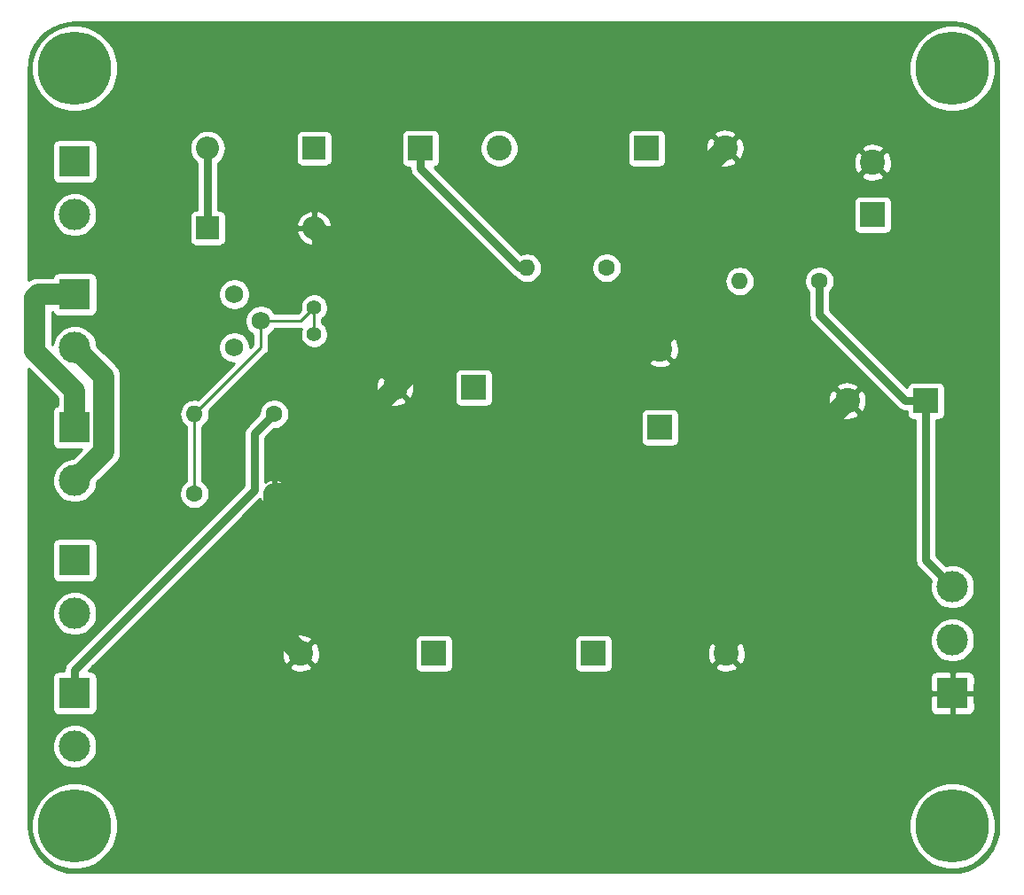
<source format=gbr>
G04 #@! TF.GenerationSoftware,KiCad,Pcbnew,(5.1.4-0-10_14)*
G04 #@! TF.CreationDate,2019-09-24T11:38:50-07:00*
G04 #@! TF.ProjectId,STPre6080PSU,53545072-6536-4303-9830-5053552e6b69,1.0*
G04 #@! TF.SameCoordinates,Original*
G04 #@! TF.FileFunction,Copper,L2,Bot*
G04 #@! TF.FilePolarity,Positive*
%FSLAX46Y46*%
G04 Gerber Fmt 4.6, Leading zero omitted, Abs format (unit mm)*
G04 Created by KiCad (PCBNEW (5.1.4-0-10_14)) date 2019-09-24 11:38:50*
%MOMM*%
%LPD*%
G04 APERTURE LIST*
%ADD10C,1.400000*%
%ADD11C,7.000000*%
%ADD12R,2.400000X2.400000*%
%ADD13C,2.400000*%
%ADD14R,2.200000X2.200000*%
%ADD15O,2.200000X2.200000*%
%ADD16R,3.000000X3.000000*%
%ADD17C,3.000000*%
%ADD18C,1.600000*%
%ADD19O,1.600000X1.600000*%
%ADD20C,1.750000*%
%ADD21C,2.000000*%
%ADD22C,0.750000*%
%ADD23C,0.250000*%
%ADD24C,0.254000*%
G04 APERTURE END LIST*
D10*
X119380000Y-87630000D03*
X119380000Y-85090000D03*
D11*
X180340000Y-62230000D03*
X180340000Y-134620000D03*
X96520000Y-134620000D03*
X96520000Y-62230000D03*
D12*
X129540000Y-69850000D03*
D13*
X137040000Y-69850000D03*
X158630000Y-69850000D03*
D12*
X151130000Y-69850000D03*
D13*
X127120000Y-92710000D03*
D12*
X134620000Y-92710000D03*
X172720000Y-76200000D03*
D13*
X172720000Y-71200000D03*
D12*
X152400000Y-96520000D03*
D13*
X152400000Y-89020000D03*
D12*
X177800000Y-93980000D03*
D13*
X170300000Y-93980000D03*
D12*
X130810000Y-118110000D03*
D13*
X118110000Y-118110000D03*
X158750000Y-118110000D03*
D12*
X146050000Y-118110000D03*
D14*
X119380000Y-69850000D03*
D15*
X109220000Y-69850000D03*
X119380000Y-77470000D03*
D14*
X109220000Y-77470000D03*
D16*
X96520000Y-71120000D03*
D17*
X96520000Y-76200000D03*
X96520000Y-88900000D03*
D16*
X96520000Y-83820000D03*
X96520000Y-96520000D03*
D17*
X96520000Y-101600000D03*
D16*
X180340000Y-121920000D03*
D17*
X180340000Y-116840000D03*
X180340000Y-111760000D03*
D16*
X96520000Y-109220000D03*
D17*
X96520000Y-114300000D03*
X96520000Y-127000000D03*
D16*
X96520000Y-121920000D03*
D18*
X115570000Y-95250000D03*
D19*
X107950000Y-95250000D03*
X115570000Y-102870000D03*
D18*
X107950000Y-102870000D03*
X147320000Y-81280000D03*
D19*
X139700000Y-81280000D03*
X160020000Y-82550000D03*
D18*
X167640000Y-82550000D03*
D20*
X111760000Y-88900000D03*
X114300000Y-86360000D03*
X111760000Y-83820000D03*
D21*
X152400000Y-76080000D02*
X152400000Y-89020000D01*
X158630000Y-69850000D02*
X152400000Y-76080000D01*
X127120000Y-85210000D02*
X127120000Y-92710000D01*
X119380000Y-77470000D02*
X127120000Y-85210000D01*
X115570000Y-115570000D02*
X118110000Y-118110000D01*
X115570000Y-102870000D02*
X115570000Y-115570000D01*
X116960000Y-102870000D02*
X127120000Y-92710000D01*
X115570000Y-102870000D02*
X116960000Y-102870000D01*
X158750000Y-105530000D02*
X170300000Y-93980000D01*
X158750000Y-118110000D02*
X158750000Y-105530000D01*
X130810000Y-89020000D02*
X127120000Y-92710000D01*
X152400000Y-89020000D02*
X130810000Y-89020000D01*
D22*
X175850000Y-93980000D02*
X177800000Y-93980000D01*
X167640000Y-85770000D02*
X175850000Y-93980000D01*
X167640000Y-82550000D02*
X167640000Y-85770000D01*
X177800000Y-109220000D02*
X180340000Y-111760000D01*
X177800000Y-93980000D02*
X177800000Y-109220000D01*
X96520000Y-119670000D02*
X96520000Y-121920000D01*
X113694990Y-102495010D02*
X96520000Y-119670000D01*
X113694990Y-97125010D02*
X113694990Y-102495010D01*
X115570000Y-95250000D02*
X113694990Y-97125010D01*
X109220000Y-69850000D02*
X109220000Y-77470000D01*
D21*
X99270001Y-98849999D02*
X99270001Y-91650001D01*
X98019999Y-90399999D02*
X96520000Y-88900000D01*
X99270001Y-91650001D02*
X98019999Y-90399999D01*
X96520000Y-101600000D02*
X99270001Y-98849999D01*
X92715010Y-84124990D02*
X93020000Y-83820000D01*
X92715010Y-89215010D02*
X92715010Y-84124990D01*
X96520000Y-93020000D02*
X92715010Y-89215010D01*
X93020000Y-83820000D02*
X96520000Y-83820000D01*
X96520000Y-96520000D02*
X96520000Y-93020000D01*
D22*
X139020000Y-81280000D02*
X139700000Y-81280000D01*
X129540000Y-71800000D02*
X139020000Y-81280000D01*
X129540000Y-69850000D02*
X129540000Y-71800000D01*
D23*
X107950000Y-95250000D02*
X107950000Y-102870000D01*
X114300000Y-88900000D02*
X114300000Y-86360000D01*
X107950000Y-95250000D02*
X114300000Y-88900000D01*
X118110000Y-86360000D02*
X119380000Y-85090000D01*
X114300000Y-86360000D02*
X118110000Y-86360000D01*
X119380000Y-85090000D02*
X119380000Y-87630000D01*
D24*
G36*
X181122249Y-57882437D02*
G01*
X181879774Y-58089672D01*
X182588625Y-58427777D01*
X183226404Y-58886067D01*
X183772946Y-59450055D01*
X184210977Y-60101913D01*
X184526651Y-60821038D01*
X184711206Y-61589768D01*
X184760000Y-62254207D01*
X184760001Y-134590597D01*
X184687563Y-135402249D01*
X184480328Y-136159774D01*
X184142221Y-136868627D01*
X183683928Y-137506410D01*
X183119945Y-138052946D01*
X182468085Y-138490978D01*
X181748963Y-138806651D01*
X180980232Y-138991206D01*
X180315792Y-139040000D01*
X96549392Y-139040000D01*
X95737751Y-138967563D01*
X94980226Y-138760328D01*
X94271373Y-138422221D01*
X93633590Y-137963928D01*
X93087054Y-137399945D01*
X92649022Y-136748085D01*
X92333349Y-136028963D01*
X92148794Y-135260232D01*
X92100000Y-134595792D01*
X92100000Y-134212738D01*
X92385000Y-134212738D01*
X92385000Y-135027262D01*
X92543906Y-135826135D01*
X92855611Y-136578657D01*
X93308136Y-137255909D01*
X93884091Y-137831864D01*
X94561343Y-138284389D01*
X95313865Y-138596094D01*
X96112738Y-138755000D01*
X96927262Y-138755000D01*
X97726135Y-138596094D01*
X98478657Y-138284389D01*
X99155909Y-137831864D01*
X99731864Y-137255909D01*
X100184389Y-136578657D01*
X100496094Y-135826135D01*
X100655000Y-135027262D01*
X100655000Y-134212738D01*
X176205000Y-134212738D01*
X176205000Y-135027262D01*
X176363906Y-135826135D01*
X176675611Y-136578657D01*
X177128136Y-137255909D01*
X177704091Y-137831864D01*
X178381343Y-138284389D01*
X179133865Y-138596094D01*
X179932738Y-138755000D01*
X180747262Y-138755000D01*
X181546135Y-138596094D01*
X182298657Y-138284389D01*
X182975909Y-137831864D01*
X183551864Y-137255909D01*
X184004389Y-136578657D01*
X184316094Y-135826135D01*
X184475000Y-135027262D01*
X184475000Y-134212738D01*
X184316094Y-133413865D01*
X184004389Y-132661343D01*
X183551864Y-131984091D01*
X182975909Y-131408136D01*
X182298657Y-130955611D01*
X181546135Y-130643906D01*
X180747262Y-130485000D01*
X179932738Y-130485000D01*
X179133865Y-130643906D01*
X178381343Y-130955611D01*
X177704091Y-131408136D01*
X177128136Y-131984091D01*
X176675611Y-132661343D01*
X176363906Y-133413865D01*
X176205000Y-134212738D01*
X100655000Y-134212738D01*
X100496094Y-133413865D01*
X100184389Y-132661343D01*
X99731864Y-131984091D01*
X99155909Y-131408136D01*
X98478657Y-130955611D01*
X97726135Y-130643906D01*
X96927262Y-130485000D01*
X96112738Y-130485000D01*
X95313865Y-130643906D01*
X94561343Y-130955611D01*
X93884091Y-131408136D01*
X93308136Y-131984091D01*
X92855611Y-132661343D01*
X92543906Y-133413865D01*
X92385000Y-134212738D01*
X92100000Y-134212738D01*
X92100000Y-126789721D01*
X94385000Y-126789721D01*
X94385000Y-127210279D01*
X94467047Y-127622756D01*
X94627988Y-128011302D01*
X94861637Y-128360983D01*
X95159017Y-128658363D01*
X95508698Y-128892012D01*
X95897244Y-129052953D01*
X96309721Y-129135000D01*
X96730279Y-129135000D01*
X97142756Y-129052953D01*
X97531302Y-128892012D01*
X97880983Y-128658363D01*
X98178363Y-128360983D01*
X98412012Y-128011302D01*
X98572953Y-127622756D01*
X98655000Y-127210279D01*
X98655000Y-126789721D01*
X98572953Y-126377244D01*
X98412012Y-125988698D01*
X98178363Y-125639017D01*
X97880983Y-125341637D01*
X97531302Y-125107988D01*
X97142756Y-124947047D01*
X96730279Y-124865000D01*
X96309721Y-124865000D01*
X95897244Y-124947047D01*
X95508698Y-125107988D01*
X95159017Y-125341637D01*
X94861637Y-125639017D01*
X94627988Y-125988698D01*
X94467047Y-126377244D01*
X94385000Y-126789721D01*
X92100000Y-126789721D01*
X92100000Y-120420000D01*
X94381928Y-120420000D01*
X94381928Y-123420000D01*
X94394188Y-123544482D01*
X94430498Y-123664180D01*
X94489463Y-123774494D01*
X94568815Y-123871185D01*
X94665506Y-123950537D01*
X94775820Y-124009502D01*
X94895518Y-124045812D01*
X95020000Y-124058072D01*
X98020000Y-124058072D01*
X98144482Y-124045812D01*
X98264180Y-124009502D01*
X98374494Y-123950537D01*
X98471185Y-123871185D01*
X98550537Y-123774494D01*
X98609502Y-123664180D01*
X98645812Y-123544482D01*
X98658072Y-123420000D01*
X178201928Y-123420000D01*
X178214188Y-123544482D01*
X178250498Y-123664180D01*
X178309463Y-123774494D01*
X178388815Y-123871185D01*
X178485506Y-123950537D01*
X178595820Y-124009502D01*
X178715518Y-124045812D01*
X178840000Y-124058072D01*
X180054250Y-124055000D01*
X180213000Y-123896250D01*
X180213000Y-122047000D01*
X180467000Y-122047000D01*
X180467000Y-123896250D01*
X180625750Y-124055000D01*
X181840000Y-124058072D01*
X181964482Y-124045812D01*
X182084180Y-124009502D01*
X182194494Y-123950537D01*
X182291185Y-123871185D01*
X182370537Y-123774494D01*
X182429502Y-123664180D01*
X182465812Y-123544482D01*
X182478072Y-123420000D01*
X182475000Y-122205750D01*
X182316250Y-122047000D01*
X180467000Y-122047000D01*
X180213000Y-122047000D01*
X178363750Y-122047000D01*
X178205000Y-122205750D01*
X178201928Y-123420000D01*
X98658072Y-123420000D01*
X98658072Y-120420000D01*
X178201928Y-120420000D01*
X178205000Y-121634250D01*
X178363750Y-121793000D01*
X180213000Y-121793000D01*
X180213000Y-119943750D01*
X180467000Y-119943750D01*
X180467000Y-121793000D01*
X182316250Y-121793000D01*
X182475000Y-121634250D01*
X182478072Y-120420000D01*
X182465812Y-120295518D01*
X182429502Y-120175820D01*
X182370537Y-120065506D01*
X182291185Y-119968815D01*
X182194494Y-119889463D01*
X182084180Y-119830498D01*
X181964482Y-119794188D01*
X181840000Y-119781928D01*
X180625750Y-119785000D01*
X180467000Y-119943750D01*
X180213000Y-119943750D01*
X180054250Y-119785000D01*
X178840000Y-119781928D01*
X178715518Y-119794188D01*
X178595820Y-119830498D01*
X178485506Y-119889463D01*
X178388815Y-119968815D01*
X178309463Y-120065506D01*
X178250498Y-120175820D01*
X178214188Y-120295518D01*
X178201928Y-120420000D01*
X98658072Y-120420000D01*
X98645812Y-120295518D01*
X98609502Y-120175820D01*
X98550537Y-120065506D01*
X98471185Y-119968815D01*
X98374494Y-119889463D01*
X98264180Y-119830498D01*
X98144482Y-119794188D01*
X98020000Y-119781928D01*
X97836427Y-119781928D01*
X98230375Y-119387980D01*
X117011626Y-119387980D01*
X117131514Y-119672836D01*
X117455210Y-119833699D01*
X117804069Y-119928322D01*
X118164684Y-119953067D01*
X118523198Y-119906985D01*
X118865833Y-119791846D01*
X119088486Y-119672836D01*
X119208374Y-119387980D01*
X118110000Y-118289605D01*
X117011626Y-119387980D01*
X98230375Y-119387980D01*
X99453671Y-118164684D01*
X116266933Y-118164684D01*
X116313015Y-118523198D01*
X116428154Y-118865833D01*
X116547164Y-119088486D01*
X116832020Y-119208374D01*
X117930395Y-118110000D01*
X118289605Y-118110000D01*
X119387980Y-119208374D01*
X119672836Y-119088486D01*
X119833699Y-118764790D01*
X119928322Y-118415931D01*
X119953067Y-118055316D01*
X119906985Y-117696802D01*
X119791846Y-117354167D01*
X119672836Y-117131514D01*
X119387980Y-117011626D01*
X118289605Y-118110000D01*
X117930395Y-118110000D01*
X116832020Y-117011626D01*
X116547164Y-117131514D01*
X116386301Y-117455210D01*
X116291678Y-117804069D01*
X116266933Y-118164684D01*
X99453671Y-118164684D01*
X100786335Y-116832020D01*
X117011626Y-116832020D01*
X118110000Y-117930395D01*
X119130394Y-116910000D01*
X128971928Y-116910000D01*
X128971928Y-119310000D01*
X128984188Y-119434482D01*
X129020498Y-119554180D01*
X129079463Y-119664494D01*
X129158815Y-119761185D01*
X129255506Y-119840537D01*
X129365820Y-119899502D01*
X129485518Y-119935812D01*
X129610000Y-119948072D01*
X132010000Y-119948072D01*
X132134482Y-119935812D01*
X132254180Y-119899502D01*
X132364494Y-119840537D01*
X132461185Y-119761185D01*
X132540537Y-119664494D01*
X132599502Y-119554180D01*
X132635812Y-119434482D01*
X132648072Y-119310000D01*
X132648072Y-116910000D01*
X144211928Y-116910000D01*
X144211928Y-119310000D01*
X144224188Y-119434482D01*
X144260498Y-119554180D01*
X144319463Y-119664494D01*
X144398815Y-119761185D01*
X144495506Y-119840537D01*
X144605820Y-119899502D01*
X144725518Y-119935812D01*
X144850000Y-119948072D01*
X147250000Y-119948072D01*
X147374482Y-119935812D01*
X147494180Y-119899502D01*
X147604494Y-119840537D01*
X147701185Y-119761185D01*
X147780537Y-119664494D01*
X147839502Y-119554180D01*
X147875812Y-119434482D01*
X147880391Y-119387980D01*
X157651626Y-119387980D01*
X157771514Y-119672836D01*
X158095210Y-119833699D01*
X158444069Y-119928322D01*
X158804684Y-119953067D01*
X159163198Y-119906985D01*
X159505833Y-119791846D01*
X159728486Y-119672836D01*
X159848374Y-119387980D01*
X158750000Y-118289605D01*
X157651626Y-119387980D01*
X147880391Y-119387980D01*
X147888072Y-119310000D01*
X147888072Y-118164684D01*
X156906933Y-118164684D01*
X156953015Y-118523198D01*
X157068154Y-118865833D01*
X157187164Y-119088486D01*
X157472020Y-119208374D01*
X158570395Y-118110000D01*
X158929605Y-118110000D01*
X160027980Y-119208374D01*
X160312836Y-119088486D01*
X160473699Y-118764790D01*
X160568322Y-118415931D01*
X160593067Y-118055316D01*
X160546985Y-117696802D01*
X160431846Y-117354167D01*
X160312836Y-117131514D01*
X160027980Y-117011626D01*
X158929605Y-118110000D01*
X158570395Y-118110000D01*
X157472020Y-117011626D01*
X157187164Y-117131514D01*
X157026301Y-117455210D01*
X156931678Y-117804069D01*
X156906933Y-118164684D01*
X147888072Y-118164684D01*
X147888072Y-116910000D01*
X147880392Y-116832020D01*
X157651626Y-116832020D01*
X158750000Y-117930395D01*
X159848374Y-116832020D01*
X159763232Y-116629721D01*
X178205000Y-116629721D01*
X178205000Y-117050279D01*
X178287047Y-117462756D01*
X178447988Y-117851302D01*
X178681637Y-118200983D01*
X178979017Y-118498363D01*
X179328698Y-118732012D01*
X179717244Y-118892953D01*
X180129721Y-118975000D01*
X180550279Y-118975000D01*
X180962756Y-118892953D01*
X181351302Y-118732012D01*
X181700983Y-118498363D01*
X181998363Y-118200983D01*
X182232012Y-117851302D01*
X182392953Y-117462756D01*
X182475000Y-117050279D01*
X182475000Y-116629721D01*
X182392953Y-116217244D01*
X182232012Y-115828698D01*
X181998363Y-115479017D01*
X181700983Y-115181637D01*
X181351302Y-114947988D01*
X180962756Y-114787047D01*
X180550279Y-114705000D01*
X180129721Y-114705000D01*
X179717244Y-114787047D01*
X179328698Y-114947988D01*
X178979017Y-115181637D01*
X178681637Y-115479017D01*
X178447988Y-115828698D01*
X178287047Y-116217244D01*
X178205000Y-116629721D01*
X159763232Y-116629721D01*
X159728486Y-116547164D01*
X159404790Y-116386301D01*
X159055931Y-116291678D01*
X158695316Y-116266933D01*
X158336802Y-116313015D01*
X157994167Y-116428154D01*
X157771514Y-116547164D01*
X157651626Y-116832020D01*
X147880392Y-116832020D01*
X147875812Y-116785518D01*
X147839502Y-116665820D01*
X147780537Y-116555506D01*
X147701185Y-116458815D01*
X147604494Y-116379463D01*
X147494180Y-116320498D01*
X147374482Y-116284188D01*
X147250000Y-116271928D01*
X144850000Y-116271928D01*
X144725518Y-116284188D01*
X144605820Y-116320498D01*
X144495506Y-116379463D01*
X144398815Y-116458815D01*
X144319463Y-116555506D01*
X144260498Y-116665820D01*
X144224188Y-116785518D01*
X144211928Y-116910000D01*
X132648072Y-116910000D01*
X132635812Y-116785518D01*
X132599502Y-116665820D01*
X132540537Y-116555506D01*
X132461185Y-116458815D01*
X132364494Y-116379463D01*
X132254180Y-116320498D01*
X132134482Y-116284188D01*
X132010000Y-116271928D01*
X129610000Y-116271928D01*
X129485518Y-116284188D01*
X129365820Y-116320498D01*
X129255506Y-116379463D01*
X129158815Y-116458815D01*
X129079463Y-116555506D01*
X129020498Y-116665820D01*
X128984188Y-116785518D01*
X128971928Y-116910000D01*
X119130394Y-116910000D01*
X119208374Y-116832020D01*
X119088486Y-116547164D01*
X118764790Y-116386301D01*
X118415931Y-116291678D01*
X118055316Y-116266933D01*
X117696802Y-116313015D01*
X117354167Y-116428154D01*
X117131514Y-116547164D01*
X117011626Y-116832020D01*
X100786335Y-116832020D01*
X114233683Y-103384673D01*
X114338963Y-103607420D01*
X114506481Y-103833414D01*
X114714869Y-104022385D01*
X114956119Y-104167070D01*
X115220960Y-104261909D01*
X115443000Y-104140624D01*
X115443000Y-102997000D01*
X115697000Y-102997000D01*
X115697000Y-104140624D01*
X115919040Y-104261909D01*
X116183881Y-104167070D01*
X116425131Y-104022385D01*
X116633519Y-103833414D01*
X116801037Y-103607420D01*
X116921246Y-103353087D01*
X116961904Y-103219039D01*
X116839915Y-102997000D01*
X115697000Y-102997000D01*
X115443000Y-102997000D01*
X115423000Y-102997000D01*
X115423000Y-102743000D01*
X115443000Y-102743000D01*
X115443000Y-101599376D01*
X115697000Y-101599376D01*
X115697000Y-102743000D01*
X116839915Y-102743000D01*
X116961904Y-102520961D01*
X116921246Y-102386913D01*
X116801037Y-102132580D01*
X116633519Y-101906586D01*
X116425131Y-101717615D01*
X116183881Y-101572930D01*
X115919040Y-101478091D01*
X115697000Y-101599376D01*
X115443000Y-101599376D01*
X115220960Y-101478091D01*
X114956119Y-101572930D01*
X114714869Y-101717615D01*
X114704990Y-101726574D01*
X114704990Y-97543365D01*
X115563356Y-96685000D01*
X115711335Y-96685000D01*
X115988574Y-96629853D01*
X116249727Y-96521680D01*
X116484759Y-96364637D01*
X116684637Y-96164759D01*
X116841680Y-95929727D01*
X116949853Y-95668574D01*
X117005000Y-95391335D01*
X117005000Y-95320000D01*
X150561928Y-95320000D01*
X150561928Y-97720000D01*
X150574188Y-97844482D01*
X150610498Y-97964180D01*
X150669463Y-98074494D01*
X150748815Y-98171185D01*
X150845506Y-98250537D01*
X150955820Y-98309502D01*
X151075518Y-98345812D01*
X151200000Y-98358072D01*
X153600000Y-98358072D01*
X153724482Y-98345812D01*
X153844180Y-98309502D01*
X153954494Y-98250537D01*
X154051185Y-98171185D01*
X154130537Y-98074494D01*
X154189502Y-97964180D01*
X154225812Y-97844482D01*
X154238072Y-97720000D01*
X154238072Y-95320000D01*
X154231964Y-95257980D01*
X169201626Y-95257980D01*
X169321514Y-95542836D01*
X169645210Y-95703699D01*
X169994069Y-95798322D01*
X170354684Y-95823067D01*
X170713198Y-95776985D01*
X171055833Y-95661846D01*
X171278486Y-95542836D01*
X171398374Y-95257980D01*
X170300000Y-94159605D01*
X169201626Y-95257980D01*
X154231964Y-95257980D01*
X154225812Y-95195518D01*
X154189502Y-95075820D01*
X154130537Y-94965506D01*
X154051185Y-94868815D01*
X153954494Y-94789463D01*
X153844180Y-94730498D01*
X153724482Y-94694188D01*
X153600000Y-94681928D01*
X151200000Y-94681928D01*
X151075518Y-94694188D01*
X150955820Y-94730498D01*
X150845506Y-94789463D01*
X150748815Y-94868815D01*
X150669463Y-94965506D01*
X150610498Y-95075820D01*
X150574188Y-95195518D01*
X150561928Y-95320000D01*
X117005000Y-95320000D01*
X117005000Y-95108665D01*
X116949853Y-94831426D01*
X116841680Y-94570273D01*
X116684637Y-94335241D01*
X116484759Y-94135363D01*
X116264185Y-93987980D01*
X126021626Y-93987980D01*
X126141514Y-94272836D01*
X126465210Y-94433699D01*
X126814069Y-94528322D01*
X127174684Y-94553067D01*
X127533198Y-94506985D01*
X127875833Y-94391846D01*
X128098486Y-94272836D01*
X128218374Y-93987980D01*
X127120000Y-92889605D01*
X126021626Y-93987980D01*
X116264185Y-93987980D01*
X116249727Y-93978320D01*
X115988574Y-93870147D01*
X115711335Y-93815000D01*
X115428665Y-93815000D01*
X115151426Y-93870147D01*
X114890273Y-93978320D01*
X114655241Y-94135363D01*
X114455363Y-94335241D01*
X114298320Y-94570273D01*
X114190147Y-94831426D01*
X114135000Y-95108665D01*
X114135000Y-95256644D01*
X113015896Y-96375749D01*
X112977357Y-96407377D01*
X112851143Y-96561170D01*
X112814432Y-96629853D01*
X112757358Y-96736631D01*
X112699605Y-96927016D01*
X112680104Y-97125010D01*
X112684990Y-97174618D01*
X112684991Y-102076653D01*
X95840906Y-118920739D01*
X95802367Y-118952367D01*
X95676153Y-119106160D01*
X95621519Y-119208374D01*
X95582368Y-119281621D01*
X95524615Y-119472006D01*
X95505114Y-119670000D01*
X95510000Y-119719608D01*
X95510000Y-119781928D01*
X95020000Y-119781928D01*
X94895518Y-119794188D01*
X94775820Y-119830498D01*
X94665506Y-119889463D01*
X94568815Y-119968815D01*
X94489463Y-120065506D01*
X94430498Y-120175820D01*
X94394188Y-120295518D01*
X94381928Y-120420000D01*
X92100000Y-120420000D01*
X92100000Y-114089721D01*
X94385000Y-114089721D01*
X94385000Y-114510279D01*
X94467047Y-114922756D01*
X94627988Y-115311302D01*
X94861637Y-115660983D01*
X95159017Y-115958363D01*
X95508698Y-116192012D01*
X95897244Y-116352953D01*
X96309721Y-116435000D01*
X96730279Y-116435000D01*
X97142756Y-116352953D01*
X97531302Y-116192012D01*
X97880983Y-115958363D01*
X98178363Y-115660983D01*
X98412012Y-115311302D01*
X98572953Y-114922756D01*
X98655000Y-114510279D01*
X98655000Y-114089721D01*
X98572953Y-113677244D01*
X98412012Y-113288698D01*
X98178363Y-112939017D01*
X97880983Y-112641637D01*
X97531302Y-112407988D01*
X97142756Y-112247047D01*
X96730279Y-112165000D01*
X96309721Y-112165000D01*
X95897244Y-112247047D01*
X95508698Y-112407988D01*
X95159017Y-112641637D01*
X94861637Y-112939017D01*
X94627988Y-113288698D01*
X94467047Y-113677244D01*
X94385000Y-114089721D01*
X92100000Y-114089721D01*
X92100000Y-107720000D01*
X94381928Y-107720000D01*
X94381928Y-110720000D01*
X94394188Y-110844482D01*
X94430498Y-110964180D01*
X94489463Y-111074494D01*
X94568815Y-111171185D01*
X94665506Y-111250537D01*
X94775820Y-111309502D01*
X94895518Y-111345812D01*
X95020000Y-111358072D01*
X98020000Y-111358072D01*
X98144482Y-111345812D01*
X98264180Y-111309502D01*
X98374494Y-111250537D01*
X98471185Y-111171185D01*
X98550537Y-111074494D01*
X98609502Y-110964180D01*
X98645812Y-110844482D01*
X98658072Y-110720000D01*
X98658072Y-107720000D01*
X98645812Y-107595518D01*
X98609502Y-107475820D01*
X98550537Y-107365506D01*
X98471185Y-107268815D01*
X98374494Y-107189463D01*
X98264180Y-107130498D01*
X98144482Y-107094188D01*
X98020000Y-107081928D01*
X95020000Y-107081928D01*
X94895518Y-107094188D01*
X94775820Y-107130498D01*
X94665506Y-107189463D01*
X94568815Y-107268815D01*
X94489463Y-107365506D01*
X94430498Y-107475820D01*
X94394188Y-107595518D01*
X94381928Y-107720000D01*
X92100000Y-107720000D01*
X92100000Y-90912238D01*
X94885001Y-93697240D01*
X94885001Y-94397378D01*
X94775820Y-94430498D01*
X94665506Y-94489463D01*
X94568815Y-94568815D01*
X94489463Y-94665506D01*
X94430498Y-94775820D01*
X94394188Y-94895518D01*
X94381928Y-95020000D01*
X94381928Y-98020000D01*
X94394188Y-98144482D01*
X94430498Y-98264180D01*
X94489463Y-98374494D01*
X94568815Y-98471185D01*
X94665506Y-98550537D01*
X94775820Y-98609502D01*
X94895518Y-98645812D01*
X95020000Y-98658072D01*
X97149689Y-98658072D01*
X96342761Y-99465000D01*
X96309721Y-99465000D01*
X95897244Y-99547047D01*
X95508698Y-99707988D01*
X95159017Y-99941637D01*
X94861637Y-100239017D01*
X94627988Y-100588698D01*
X94467047Y-100977244D01*
X94385000Y-101389721D01*
X94385000Y-101810279D01*
X94467047Y-102222756D01*
X94627988Y-102611302D01*
X94861637Y-102960983D01*
X95159017Y-103258363D01*
X95508698Y-103492012D01*
X95897244Y-103652953D01*
X96309721Y-103735000D01*
X96730279Y-103735000D01*
X97142756Y-103652953D01*
X97531302Y-103492012D01*
X97880983Y-103258363D01*
X98178363Y-102960983D01*
X98412012Y-102611302D01*
X98572953Y-102222756D01*
X98655000Y-101810279D01*
X98655000Y-101777239D01*
X100369326Y-100062914D01*
X100431715Y-100011713D01*
X100636032Y-99762751D01*
X100787853Y-99478714D01*
X100881344Y-99170515D01*
X100905001Y-98930321D01*
X100905001Y-98930320D01*
X100912912Y-98849999D01*
X100905001Y-98769677D01*
X100905001Y-95250000D01*
X106508057Y-95250000D01*
X106535764Y-95531309D01*
X106617818Y-95801808D01*
X106751068Y-96051101D01*
X106930392Y-96269608D01*
X107148899Y-96448932D01*
X107190000Y-96470901D01*
X107190001Y-101651956D01*
X107035241Y-101755363D01*
X106835363Y-101955241D01*
X106678320Y-102190273D01*
X106570147Y-102451426D01*
X106515000Y-102728665D01*
X106515000Y-103011335D01*
X106570147Y-103288574D01*
X106678320Y-103549727D01*
X106835363Y-103784759D01*
X107035241Y-103984637D01*
X107270273Y-104141680D01*
X107531426Y-104249853D01*
X107808665Y-104305000D01*
X108091335Y-104305000D01*
X108368574Y-104249853D01*
X108629727Y-104141680D01*
X108864759Y-103984637D01*
X109064637Y-103784759D01*
X109221680Y-103549727D01*
X109329853Y-103288574D01*
X109385000Y-103011335D01*
X109385000Y-102728665D01*
X109329853Y-102451426D01*
X109221680Y-102190273D01*
X109064637Y-101955241D01*
X108864759Y-101755363D01*
X108710000Y-101651957D01*
X108710000Y-96470901D01*
X108751101Y-96448932D01*
X108969608Y-96269608D01*
X109148932Y-96051101D01*
X109282182Y-95801808D01*
X109364236Y-95531309D01*
X109391943Y-95250000D01*
X109364236Y-94968691D01*
X109350708Y-94924093D01*
X111510117Y-92764684D01*
X125276933Y-92764684D01*
X125323015Y-93123198D01*
X125438154Y-93465833D01*
X125557164Y-93688486D01*
X125842020Y-93808374D01*
X126940395Y-92710000D01*
X127299605Y-92710000D01*
X128397980Y-93808374D01*
X128682836Y-93688486D01*
X128843699Y-93364790D01*
X128938322Y-93015931D01*
X128963067Y-92655316D01*
X128916985Y-92296802D01*
X128801846Y-91954167D01*
X128682836Y-91731514D01*
X128397980Y-91611626D01*
X127299605Y-92710000D01*
X126940395Y-92710000D01*
X125842020Y-91611626D01*
X125557164Y-91731514D01*
X125396301Y-92055210D01*
X125301678Y-92404069D01*
X125276933Y-92764684D01*
X111510117Y-92764684D01*
X112842781Y-91432020D01*
X126021626Y-91432020D01*
X127120000Y-92530395D01*
X128140394Y-91510000D01*
X132781928Y-91510000D01*
X132781928Y-93910000D01*
X132794188Y-94034482D01*
X132830498Y-94154180D01*
X132889463Y-94264494D01*
X132968815Y-94361185D01*
X133065506Y-94440537D01*
X133175820Y-94499502D01*
X133295518Y-94535812D01*
X133420000Y-94548072D01*
X135820000Y-94548072D01*
X135944482Y-94535812D01*
X136064180Y-94499502D01*
X136174494Y-94440537D01*
X136271185Y-94361185D01*
X136350537Y-94264494D01*
X136409502Y-94154180D01*
X136445750Y-94034684D01*
X168456933Y-94034684D01*
X168503015Y-94393198D01*
X168618154Y-94735833D01*
X168737164Y-94958486D01*
X169022020Y-95078374D01*
X170120395Y-93980000D01*
X170479605Y-93980000D01*
X171577980Y-95078374D01*
X171862836Y-94958486D01*
X172023699Y-94634790D01*
X172118322Y-94285931D01*
X172143067Y-93925316D01*
X172096985Y-93566802D01*
X171981846Y-93224167D01*
X171862836Y-93001514D01*
X171577980Y-92881626D01*
X170479605Y-93980000D01*
X170120395Y-93980000D01*
X169022020Y-92881626D01*
X168737164Y-93001514D01*
X168576301Y-93325210D01*
X168481678Y-93674069D01*
X168456933Y-94034684D01*
X136445750Y-94034684D01*
X136445812Y-94034482D01*
X136458072Y-93910000D01*
X136458072Y-92702020D01*
X169201626Y-92702020D01*
X170300000Y-93800395D01*
X171398374Y-92702020D01*
X171278486Y-92417164D01*
X170954790Y-92256301D01*
X170605931Y-92161678D01*
X170245316Y-92136933D01*
X169886802Y-92183015D01*
X169544167Y-92298154D01*
X169321514Y-92417164D01*
X169201626Y-92702020D01*
X136458072Y-92702020D01*
X136458072Y-91510000D01*
X136445812Y-91385518D01*
X136409502Y-91265820D01*
X136350537Y-91155506D01*
X136271185Y-91058815D01*
X136174494Y-90979463D01*
X136064180Y-90920498D01*
X135944482Y-90884188D01*
X135820000Y-90871928D01*
X133420000Y-90871928D01*
X133295518Y-90884188D01*
X133175820Y-90920498D01*
X133065506Y-90979463D01*
X132968815Y-91058815D01*
X132889463Y-91155506D01*
X132830498Y-91265820D01*
X132794188Y-91385518D01*
X132781928Y-91510000D01*
X128140394Y-91510000D01*
X128218374Y-91432020D01*
X128098486Y-91147164D01*
X127774790Y-90986301D01*
X127425931Y-90891678D01*
X127065316Y-90866933D01*
X126706802Y-90913015D01*
X126364167Y-91028154D01*
X126141514Y-91147164D01*
X126021626Y-91432020D01*
X112842781Y-91432020D01*
X113976821Y-90297980D01*
X151301626Y-90297980D01*
X151421514Y-90582836D01*
X151745210Y-90743699D01*
X152094069Y-90838322D01*
X152454684Y-90863067D01*
X152813198Y-90816985D01*
X153155833Y-90701846D01*
X153378486Y-90582836D01*
X153498374Y-90297980D01*
X152400000Y-89199605D01*
X151301626Y-90297980D01*
X113976821Y-90297980D01*
X114811004Y-89463798D01*
X114840001Y-89440001D01*
X114921700Y-89340451D01*
X114934974Y-89324277D01*
X115005546Y-89192247D01*
X115030410Y-89110279D01*
X115041207Y-89074684D01*
X150556933Y-89074684D01*
X150603015Y-89433198D01*
X150718154Y-89775833D01*
X150837164Y-89998486D01*
X151122020Y-90118374D01*
X152220395Y-89020000D01*
X152579605Y-89020000D01*
X153677980Y-90118374D01*
X153962836Y-89998486D01*
X154123699Y-89674790D01*
X154218322Y-89325931D01*
X154243067Y-88965316D01*
X154196985Y-88606802D01*
X154081846Y-88264167D01*
X153962836Y-88041514D01*
X153677980Y-87921626D01*
X152579605Y-89020000D01*
X152220395Y-89020000D01*
X151122020Y-87921626D01*
X150837164Y-88041514D01*
X150676301Y-88365210D01*
X150581678Y-88714069D01*
X150556933Y-89074684D01*
X115041207Y-89074684D01*
X115049003Y-89048986D01*
X115060000Y-88937333D01*
X115060000Y-88937324D01*
X115063676Y-88900001D01*
X115060000Y-88862678D01*
X115060000Y-87668245D01*
X115262569Y-87532893D01*
X115472893Y-87322569D01*
X115608245Y-87120000D01*
X118072678Y-87120000D01*
X118110000Y-87123676D01*
X118146211Y-87120109D01*
X118096304Y-87240595D01*
X118045000Y-87498514D01*
X118045000Y-87761486D01*
X118096304Y-88019405D01*
X118196939Y-88262359D01*
X118343038Y-88481013D01*
X118528987Y-88666962D01*
X118747641Y-88813061D01*
X118990595Y-88913696D01*
X119248514Y-88965000D01*
X119511486Y-88965000D01*
X119769405Y-88913696D01*
X120012359Y-88813061D01*
X120231013Y-88666962D01*
X120416962Y-88481013D01*
X120563061Y-88262359D01*
X120663696Y-88019405D01*
X120715000Y-87761486D01*
X120715000Y-87742020D01*
X151301626Y-87742020D01*
X152400000Y-88840395D01*
X153498374Y-87742020D01*
X153378486Y-87457164D01*
X153054790Y-87296301D01*
X152705931Y-87201678D01*
X152345316Y-87176933D01*
X151986802Y-87223015D01*
X151644167Y-87338154D01*
X151421514Y-87457164D01*
X151301626Y-87742020D01*
X120715000Y-87742020D01*
X120715000Y-87498514D01*
X120663696Y-87240595D01*
X120563061Y-86997641D01*
X120416962Y-86778987D01*
X120231013Y-86593038D01*
X120140000Y-86532225D01*
X120140000Y-86187775D01*
X120231013Y-86126962D01*
X120416962Y-85941013D01*
X120563061Y-85722359D01*
X120663696Y-85479405D01*
X120715000Y-85221486D01*
X120715000Y-84958514D01*
X120663696Y-84700595D01*
X120563061Y-84457641D01*
X120416962Y-84238987D01*
X120231013Y-84053038D01*
X120012359Y-83906939D01*
X119769405Y-83806304D01*
X119511486Y-83755000D01*
X119248514Y-83755000D01*
X118990595Y-83806304D01*
X118747641Y-83906939D01*
X118528987Y-84053038D01*
X118343038Y-84238987D01*
X118196939Y-84457641D01*
X118096304Y-84700595D01*
X118045000Y-84958514D01*
X118045000Y-85221486D01*
X118066355Y-85328844D01*
X117795199Y-85600000D01*
X115608245Y-85600000D01*
X115472893Y-85397431D01*
X115262569Y-85187107D01*
X115015253Y-85021856D01*
X114740451Y-84908029D01*
X114448722Y-84850000D01*
X114151278Y-84850000D01*
X113859549Y-84908029D01*
X113584747Y-85021856D01*
X113337431Y-85187107D01*
X113127107Y-85397431D01*
X112961856Y-85644747D01*
X112848029Y-85919549D01*
X112790000Y-86211278D01*
X112790000Y-86508722D01*
X112848029Y-86800451D01*
X112961856Y-87075253D01*
X113127107Y-87322569D01*
X113337431Y-87532893D01*
X113540000Y-87668245D01*
X113540000Y-88585198D01*
X113270000Y-88855198D01*
X113270000Y-88751278D01*
X113211971Y-88459549D01*
X113098144Y-88184747D01*
X112932893Y-87937431D01*
X112722569Y-87727107D01*
X112475253Y-87561856D01*
X112200451Y-87448029D01*
X111908722Y-87390000D01*
X111611278Y-87390000D01*
X111319549Y-87448029D01*
X111044747Y-87561856D01*
X110797431Y-87727107D01*
X110587107Y-87937431D01*
X110421856Y-88184747D01*
X110308029Y-88459549D01*
X110250000Y-88751278D01*
X110250000Y-89048722D01*
X110308029Y-89340451D01*
X110421856Y-89615253D01*
X110587107Y-89862569D01*
X110797431Y-90072893D01*
X111044747Y-90238144D01*
X111319549Y-90351971D01*
X111611278Y-90410000D01*
X111715198Y-90410000D01*
X108275907Y-93849292D01*
X108231309Y-93835764D01*
X108020492Y-93815000D01*
X107879508Y-93815000D01*
X107668691Y-93835764D01*
X107398192Y-93917818D01*
X107148899Y-94051068D01*
X106930392Y-94230392D01*
X106751068Y-94448899D01*
X106617818Y-94698192D01*
X106535764Y-94968691D01*
X106508057Y-95250000D01*
X100905001Y-95250000D01*
X100905001Y-91730323D01*
X100912912Y-91650001D01*
X100881344Y-91329484D01*
X100787853Y-91021286D01*
X100718576Y-90891678D01*
X100636032Y-90737249D01*
X100431715Y-90488287D01*
X100369319Y-90437080D01*
X99232918Y-89300680D01*
X99232914Y-89300675D01*
X98655000Y-88722761D01*
X98655000Y-88689721D01*
X98572953Y-88277244D01*
X98412012Y-87888698D01*
X98178363Y-87539017D01*
X97880983Y-87241637D01*
X97531302Y-87007988D01*
X97142756Y-86847047D01*
X96730279Y-86765000D01*
X96309721Y-86765000D01*
X95897244Y-86847047D01*
X95508698Y-87007988D01*
X95159017Y-87241637D01*
X94861637Y-87539017D01*
X94627988Y-87888698D01*
X94467047Y-88277244D01*
X94404405Y-88592167D01*
X94350010Y-88537772D01*
X94350010Y-85455000D01*
X94397379Y-85455000D01*
X94430498Y-85564180D01*
X94489463Y-85674494D01*
X94568815Y-85771185D01*
X94665506Y-85850537D01*
X94775820Y-85909502D01*
X94895518Y-85945812D01*
X95020000Y-85958072D01*
X98020000Y-85958072D01*
X98144482Y-85945812D01*
X98264180Y-85909502D01*
X98374494Y-85850537D01*
X98471185Y-85771185D01*
X98550537Y-85674494D01*
X98609502Y-85564180D01*
X98645812Y-85444482D01*
X98658072Y-85320000D01*
X98658072Y-83671278D01*
X110250000Y-83671278D01*
X110250000Y-83968722D01*
X110308029Y-84260451D01*
X110421856Y-84535253D01*
X110587107Y-84782569D01*
X110797431Y-84992893D01*
X111044747Y-85158144D01*
X111319549Y-85271971D01*
X111611278Y-85330000D01*
X111908722Y-85330000D01*
X112200451Y-85271971D01*
X112475253Y-85158144D01*
X112722569Y-84992893D01*
X112932893Y-84782569D01*
X113098144Y-84535253D01*
X113211971Y-84260451D01*
X113270000Y-83968722D01*
X113270000Y-83671278D01*
X113211971Y-83379549D01*
X113098144Y-83104747D01*
X112932893Y-82857431D01*
X112722569Y-82647107D01*
X112475253Y-82481856D01*
X112200451Y-82368029D01*
X111908722Y-82310000D01*
X111611278Y-82310000D01*
X111319549Y-82368029D01*
X111044747Y-82481856D01*
X110797431Y-82647107D01*
X110587107Y-82857431D01*
X110421856Y-83104747D01*
X110308029Y-83379549D01*
X110250000Y-83671278D01*
X98658072Y-83671278D01*
X98658072Y-82320000D01*
X98645812Y-82195518D01*
X98609502Y-82075820D01*
X98550537Y-81965506D01*
X98471185Y-81868815D01*
X98374494Y-81789463D01*
X98264180Y-81730498D01*
X98144482Y-81694188D01*
X98020000Y-81681928D01*
X95020000Y-81681928D01*
X94895518Y-81694188D01*
X94775820Y-81730498D01*
X94665506Y-81789463D01*
X94568815Y-81868815D01*
X94489463Y-81965506D01*
X94430498Y-82075820D01*
X94397379Y-82185000D01*
X93100319Y-82185000D01*
X93020000Y-82177089D01*
X92939681Y-82185000D01*
X92939678Y-82185000D01*
X92699484Y-82208657D01*
X92391285Y-82302148D01*
X92107248Y-82453969D01*
X92100000Y-82459917D01*
X92100000Y-75989721D01*
X94385000Y-75989721D01*
X94385000Y-76410279D01*
X94467047Y-76822756D01*
X94627988Y-77211302D01*
X94861637Y-77560983D01*
X95159017Y-77858363D01*
X95508698Y-78092012D01*
X95897244Y-78252953D01*
X96309721Y-78335000D01*
X96730279Y-78335000D01*
X97142756Y-78252953D01*
X97531302Y-78092012D01*
X97880983Y-77858363D01*
X98178363Y-77560983D01*
X98412012Y-77211302D01*
X98572953Y-76822756D01*
X98655000Y-76410279D01*
X98655000Y-75989721D01*
X98572953Y-75577244D01*
X98412012Y-75188698D01*
X98178363Y-74839017D01*
X97880983Y-74541637D01*
X97531302Y-74307988D01*
X97142756Y-74147047D01*
X96730279Y-74065000D01*
X96309721Y-74065000D01*
X95897244Y-74147047D01*
X95508698Y-74307988D01*
X95159017Y-74541637D01*
X94861637Y-74839017D01*
X94627988Y-75188698D01*
X94467047Y-75577244D01*
X94385000Y-75989721D01*
X92100000Y-75989721D01*
X92100000Y-69620000D01*
X94381928Y-69620000D01*
X94381928Y-72620000D01*
X94394188Y-72744482D01*
X94430498Y-72864180D01*
X94489463Y-72974494D01*
X94568815Y-73071185D01*
X94665506Y-73150537D01*
X94775820Y-73209502D01*
X94895518Y-73245812D01*
X95020000Y-73258072D01*
X98020000Y-73258072D01*
X98144482Y-73245812D01*
X98264180Y-73209502D01*
X98374494Y-73150537D01*
X98471185Y-73071185D01*
X98550537Y-72974494D01*
X98609502Y-72864180D01*
X98645812Y-72744482D01*
X98658072Y-72620000D01*
X98658072Y-69850000D01*
X107476606Y-69850000D01*
X107510105Y-70190119D01*
X107609314Y-70517168D01*
X107770421Y-70818578D01*
X107987234Y-71082766D01*
X108210000Y-71265585D01*
X108210001Y-75731928D01*
X108120000Y-75731928D01*
X107995518Y-75744188D01*
X107875820Y-75780498D01*
X107765506Y-75839463D01*
X107668815Y-75918815D01*
X107589463Y-76015506D01*
X107530498Y-76125820D01*
X107494188Y-76245518D01*
X107481928Y-76370000D01*
X107481928Y-78570000D01*
X107494188Y-78694482D01*
X107530498Y-78814180D01*
X107589463Y-78924494D01*
X107668815Y-79021185D01*
X107765506Y-79100537D01*
X107875820Y-79159502D01*
X107995518Y-79195812D01*
X108120000Y-79208072D01*
X110320000Y-79208072D01*
X110444482Y-79195812D01*
X110564180Y-79159502D01*
X110674494Y-79100537D01*
X110771185Y-79021185D01*
X110850537Y-78924494D01*
X110909502Y-78814180D01*
X110945812Y-78694482D01*
X110958072Y-78570000D01*
X110958072Y-77866122D01*
X117690825Y-77866122D01*
X117755425Y-78079094D01*
X117905469Y-78384329D01*
X118112178Y-78654427D01*
X118367609Y-78879008D01*
X118661946Y-79049442D01*
X118983877Y-79159179D01*
X119253000Y-79041600D01*
X119253000Y-77597000D01*
X119507000Y-77597000D01*
X119507000Y-79041600D01*
X119776123Y-79159179D01*
X120098054Y-79049442D01*
X120392391Y-78879008D01*
X120647822Y-78654427D01*
X120854531Y-78384329D01*
X121004575Y-78079094D01*
X121069175Y-77866122D01*
X120951125Y-77597000D01*
X119507000Y-77597000D01*
X119253000Y-77597000D01*
X117808875Y-77597000D01*
X117690825Y-77866122D01*
X110958072Y-77866122D01*
X110958072Y-77073878D01*
X117690825Y-77073878D01*
X117808875Y-77343000D01*
X119253000Y-77343000D01*
X119253000Y-75898400D01*
X119507000Y-75898400D01*
X119507000Y-77343000D01*
X120951125Y-77343000D01*
X121069175Y-77073878D01*
X121004575Y-76860906D01*
X120854531Y-76555671D01*
X120647822Y-76285573D01*
X120392391Y-76060992D01*
X120098054Y-75890558D01*
X119776123Y-75780821D01*
X119507000Y-75898400D01*
X119253000Y-75898400D01*
X118983877Y-75780821D01*
X118661946Y-75890558D01*
X118367609Y-76060992D01*
X118112178Y-76285573D01*
X117905469Y-76555671D01*
X117755425Y-76860906D01*
X117690825Y-77073878D01*
X110958072Y-77073878D01*
X110958072Y-76370000D01*
X110945812Y-76245518D01*
X110909502Y-76125820D01*
X110850537Y-76015506D01*
X110771185Y-75918815D01*
X110674494Y-75839463D01*
X110564180Y-75780498D01*
X110444482Y-75744188D01*
X110320000Y-75731928D01*
X110230000Y-75731928D01*
X110230000Y-71265585D01*
X110452766Y-71082766D01*
X110669579Y-70818578D01*
X110830686Y-70517168D01*
X110929895Y-70190119D01*
X110963394Y-69850000D01*
X110929895Y-69509881D01*
X110830686Y-69182832D01*
X110669579Y-68881422D01*
X110561724Y-68750000D01*
X117641928Y-68750000D01*
X117641928Y-70950000D01*
X117654188Y-71074482D01*
X117690498Y-71194180D01*
X117749463Y-71304494D01*
X117828815Y-71401185D01*
X117925506Y-71480537D01*
X118035820Y-71539502D01*
X118155518Y-71575812D01*
X118280000Y-71588072D01*
X120480000Y-71588072D01*
X120604482Y-71575812D01*
X120724180Y-71539502D01*
X120834494Y-71480537D01*
X120931185Y-71401185D01*
X121010537Y-71304494D01*
X121069502Y-71194180D01*
X121105812Y-71074482D01*
X121118072Y-70950000D01*
X121118072Y-68750000D01*
X121108224Y-68650000D01*
X127701928Y-68650000D01*
X127701928Y-71050000D01*
X127714188Y-71174482D01*
X127750498Y-71294180D01*
X127809463Y-71404494D01*
X127888815Y-71501185D01*
X127985506Y-71580537D01*
X128095820Y-71639502D01*
X128215518Y-71675812D01*
X128340000Y-71688072D01*
X128530001Y-71688072D01*
X128530001Y-71750383D01*
X128525114Y-71800000D01*
X128544615Y-71997994D01*
X128602368Y-72188379D01*
X128602369Y-72188380D01*
X128696154Y-72363840D01*
X128822368Y-72517633D01*
X128860901Y-72549256D01*
X138270744Y-81959100D01*
X138302367Y-81997633D01*
X138456160Y-82123847D01*
X138598656Y-82200012D01*
X138680392Y-82299608D01*
X138898899Y-82478932D01*
X139148192Y-82612182D01*
X139418691Y-82694236D01*
X139629508Y-82715000D01*
X139770492Y-82715000D01*
X139981309Y-82694236D01*
X140251808Y-82612182D01*
X140501101Y-82478932D01*
X140719608Y-82299608D01*
X140898932Y-82081101D01*
X141032182Y-81831808D01*
X141114236Y-81561309D01*
X141141943Y-81280000D01*
X141128023Y-81138665D01*
X145885000Y-81138665D01*
X145885000Y-81421335D01*
X145940147Y-81698574D01*
X146048320Y-81959727D01*
X146205363Y-82194759D01*
X146405241Y-82394637D01*
X146640273Y-82551680D01*
X146901426Y-82659853D01*
X147178665Y-82715000D01*
X147461335Y-82715000D01*
X147738574Y-82659853D01*
X147999727Y-82551680D01*
X148002241Y-82550000D01*
X158578057Y-82550000D01*
X158605764Y-82831309D01*
X158687818Y-83101808D01*
X158821068Y-83351101D01*
X159000392Y-83569608D01*
X159218899Y-83748932D01*
X159468192Y-83882182D01*
X159738691Y-83964236D01*
X159949508Y-83985000D01*
X160090492Y-83985000D01*
X160301309Y-83964236D01*
X160571808Y-83882182D01*
X160821101Y-83748932D01*
X161039608Y-83569608D01*
X161218932Y-83351101D01*
X161352182Y-83101808D01*
X161434236Y-82831309D01*
X161461943Y-82550000D01*
X161448023Y-82408665D01*
X166205000Y-82408665D01*
X166205000Y-82691335D01*
X166260147Y-82968574D01*
X166368320Y-83229727D01*
X166525363Y-83464759D01*
X166630000Y-83569396D01*
X166630001Y-85720383D01*
X166625114Y-85770000D01*
X166644615Y-85967994D01*
X166702368Y-86158379D01*
X166702369Y-86158380D01*
X166796154Y-86333840D01*
X166922368Y-86487633D01*
X166960901Y-86519256D01*
X175100739Y-94659094D01*
X175132367Y-94697633D01*
X175286160Y-94823847D01*
X175461620Y-94917632D01*
X175652006Y-94975385D01*
X175800392Y-94990000D01*
X175800394Y-94990000D01*
X175849999Y-94994886D01*
X175899604Y-94990000D01*
X175961928Y-94990000D01*
X175961928Y-95180000D01*
X175974188Y-95304482D01*
X176010498Y-95424180D01*
X176069463Y-95534494D01*
X176148815Y-95631185D01*
X176245506Y-95710537D01*
X176355820Y-95769502D01*
X176475518Y-95805812D01*
X176600000Y-95818072D01*
X176790000Y-95818072D01*
X176790001Y-109170382D01*
X176785114Y-109220000D01*
X176804615Y-109417994D01*
X176862368Y-109608379D01*
X176915107Y-109707047D01*
X176956154Y-109783840D01*
X177082368Y-109937633D01*
X177120901Y-109969256D01*
X178287586Y-111135942D01*
X178287047Y-111137244D01*
X178205000Y-111549721D01*
X178205000Y-111970279D01*
X178287047Y-112382756D01*
X178447988Y-112771302D01*
X178681637Y-113120983D01*
X178979017Y-113418363D01*
X179328698Y-113652012D01*
X179717244Y-113812953D01*
X180129721Y-113895000D01*
X180550279Y-113895000D01*
X180962756Y-113812953D01*
X181351302Y-113652012D01*
X181700983Y-113418363D01*
X181998363Y-113120983D01*
X182232012Y-112771302D01*
X182392953Y-112382756D01*
X182475000Y-111970279D01*
X182475000Y-111549721D01*
X182392953Y-111137244D01*
X182232012Y-110748698D01*
X181998363Y-110399017D01*
X181700983Y-110101637D01*
X181351302Y-109867988D01*
X180962756Y-109707047D01*
X180550279Y-109625000D01*
X180129721Y-109625000D01*
X179717244Y-109707047D01*
X179715942Y-109707586D01*
X178810000Y-108801645D01*
X178810000Y-95818072D01*
X179000000Y-95818072D01*
X179124482Y-95805812D01*
X179244180Y-95769502D01*
X179354494Y-95710537D01*
X179451185Y-95631185D01*
X179530537Y-95534494D01*
X179589502Y-95424180D01*
X179625812Y-95304482D01*
X179638072Y-95180000D01*
X179638072Y-92780000D01*
X179625812Y-92655518D01*
X179589502Y-92535820D01*
X179530537Y-92425506D01*
X179451185Y-92328815D01*
X179354494Y-92249463D01*
X179244180Y-92190498D01*
X179124482Y-92154188D01*
X179000000Y-92141928D01*
X176600000Y-92141928D01*
X176475518Y-92154188D01*
X176355820Y-92190498D01*
X176245506Y-92249463D01*
X176148815Y-92328815D01*
X176069463Y-92425506D01*
X176010498Y-92535820D01*
X175974188Y-92655518D01*
X175972367Y-92674012D01*
X168650000Y-85351645D01*
X168650000Y-83569396D01*
X168754637Y-83464759D01*
X168911680Y-83229727D01*
X169019853Y-82968574D01*
X169075000Y-82691335D01*
X169075000Y-82408665D01*
X169019853Y-82131426D01*
X168911680Y-81870273D01*
X168754637Y-81635241D01*
X168554759Y-81435363D01*
X168319727Y-81278320D01*
X168058574Y-81170147D01*
X167781335Y-81115000D01*
X167498665Y-81115000D01*
X167221426Y-81170147D01*
X166960273Y-81278320D01*
X166725241Y-81435363D01*
X166525363Y-81635241D01*
X166368320Y-81870273D01*
X166260147Y-82131426D01*
X166205000Y-82408665D01*
X161448023Y-82408665D01*
X161434236Y-82268691D01*
X161352182Y-81998192D01*
X161218932Y-81748899D01*
X161039608Y-81530392D01*
X160821101Y-81351068D01*
X160571808Y-81217818D01*
X160301309Y-81135764D01*
X160090492Y-81115000D01*
X159949508Y-81115000D01*
X159738691Y-81135764D01*
X159468192Y-81217818D01*
X159218899Y-81351068D01*
X159000392Y-81530392D01*
X158821068Y-81748899D01*
X158687818Y-81998192D01*
X158605764Y-82268691D01*
X158578057Y-82550000D01*
X148002241Y-82550000D01*
X148234759Y-82394637D01*
X148434637Y-82194759D01*
X148591680Y-81959727D01*
X148699853Y-81698574D01*
X148755000Y-81421335D01*
X148755000Y-81138665D01*
X148699853Y-80861426D01*
X148591680Y-80600273D01*
X148434637Y-80365241D01*
X148234759Y-80165363D01*
X147999727Y-80008320D01*
X147738574Y-79900147D01*
X147461335Y-79845000D01*
X147178665Y-79845000D01*
X146901426Y-79900147D01*
X146640273Y-80008320D01*
X146405241Y-80165363D01*
X146205363Y-80365241D01*
X146048320Y-80600273D01*
X145940147Y-80861426D01*
X145885000Y-81138665D01*
X141128023Y-81138665D01*
X141114236Y-80998691D01*
X141032182Y-80728192D01*
X140898932Y-80478899D01*
X140719608Y-80260392D01*
X140501101Y-80081068D01*
X140251808Y-79947818D01*
X139981309Y-79865764D01*
X139770492Y-79845000D01*
X139629508Y-79845000D01*
X139418691Y-79865764D01*
X139148192Y-79947818D01*
X139127327Y-79958971D01*
X134168356Y-75000000D01*
X170881928Y-75000000D01*
X170881928Y-77400000D01*
X170894188Y-77524482D01*
X170930498Y-77644180D01*
X170989463Y-77754494D01*
X171068815Y-77851185D01*
X171165506Y-77930537D01*
X171275820Y-77989502D01*
X171395518Y-78025812D01*
X171520000Y-78038072D01*
X173920000Y-78038072D01*
X174044482Y-78025812D01*
X174164180Y-77989502D01*
X174274494Y-77930537D01*
X174371185Y-77851185D01*
X174450537Y-77754494D01*
X174509502Y-77644180D01*
X174545812Y-77524482D01*
X174558072Y-77400000D01*
X174558072Y-75000000D01*
X174545812Y-74875518D01*
X174509502Y-74755820D01*
X174450537Y-74645506D01*
X174371185Y-74548815D01*
X174274494Y-74469463D01*
X174164180Y-74410498D01*
X174044482Y-74374188D01*
X173920000Y-74361928D01*
X171520000Y-74361928D01*
X171395518Y-74374188D01*
X171275820Y-74410498D01*
X171165506Y-74469463D01*
X171068815Y-74548815D01*
X170989463Y-74645506D01*
X170930498Y-74755820D01*
X170894188Y-74875518D01*
X170881928Y-75000000D01*
X134168356Y-75000000D01*
X131646336Y-72477980D01*
X171621626Y-72477980D01*
X171741514Y-72762836D01*
X172065210Y-72923699D01*
X172414069Y-73018322D01*
X172774684Y-73043067D01*
X173133198Y-72996985D01*
X173475833Y-72881846D01*
X173698486Y-72762836D01*
X173818374Y-72477980D01*
X172720000Y-71379605D01*
X171621626Y-72477980D01*
X131646336Y-72477980D01*
X130845988Y-71677633D01*
X130864482Y-71675812D01*
X130984180Y-71639502D01*
X131094494Y-71580537D01*
X131191185Y-71501185D01*
X131270537Y-71404494D01*
X131329502Y-71294180D01*
X131365812Y-71174482D01*
X131378072Y-71050000D01*
X131378072Y-69669268D01*
X135205000Y-69669268D01*
X135205000Y-70030732D01*
X135275518Y-70385250D01*
X135413844Y-70719199D01*
X135614662Y-71019744D01*
X135870256Y-71275338D01*
X136170801Y-71476156D01*
X136504750Y-71614482D01*
X136859268Y-71685000D01*
X137220732Y-71685000D01*
X137575250Y-71614482D01*
X137909199Y-71476156D01*
X138209744Y-71275338D01*
X138465338Y-71019744D01*
X138666156Y-70719199D01*
X138804482Y-70385250D01*
X138875000Y-70030732D01*
X138875000Y-69669268D01*
X138804482Y-69314750D01*
X138666156Y-68980801D01*
X138465338Y-68680256D01*
X138435082Y-68650000D01*
X149291928Y-68650000D01*
X149291928Y-71050000D01*
X149304188Y-71174482D01*
X149340498Y-71294180D01*
X149399463Y-71404494D01*
X149478815Y-71501185D01*
X149575506Y-71580537D01*
X149685820Y-71639502D01*
X149805518Y-71675812D01*
X149930000Y-71688072D01*
X152330000Y-71688072D01*
X152454482Y-71675812D01*
X152574180Y-71639502D01*
X152684494Y-71580537D01*
X152781185Y-71501185D01*
X152860537Y-71404494D01*
X152919502Y-71294180D01*
X152955812Y-71174482D01*
X152960391Y-71127980D01*
X157531626Y-71127980D01*
X157651514Y-71412836D01*
X157975210Y-71573699D01*
X158324069Y-71668322D01*
X158684684Y-71693067D01*
X159043198Y-71646985D01*
X159385833Y-71531846D01*
X159608486Y-71412836D01*
X159675047Y-71254684D01*
X170876933Y-71254684D01*
X170923015Y-71613198D01*
X171038154Y-71955833D01*
X171157164Y-72178486D01*
X171442020Y-72298374D01*
X172540395Y-71200000D01*
X172899605Y-71200000D01*
X173997980Y-72298374D01*
X174282836Y-72178486D01*
X174443699Y-71854790D01*
X174538322Y-71505931D01*
X174563067Y-71145316D01*
X174516985Y-70786802D01*
X174401846Y-70444167D01*
X174282836Y-70221514D01*
X173997980Y-70101626D01*
X172899605Y-71200000D01*
X172540395Y-71200000D01*
X171442020Y-70101626D01*
X171157164Y-70221514D01*
X170996301Y-70545210D01*
X170901678Y-70894069D01*
X170876933Y-71254684D01*
X159675047Y-71254684D01*
X159728374Y-71127980D01*
X158630000Y-70029605D01*
X157531626Y-71127980D01*
X152960391Y-71127980D01*
X152968072Y-71050000D01*
X152968072Y-69904684D01*
X156786933Y-69904684D01*
X156833015Y-70263198D01*
X156948154Y-70605833D01*
X157067164Y-70828486D01*
X157352020Y-70948374D01*
X158450395Y-69850000D01*
X158809605Y-69850000D01*
X159907980Y-70948374D01*
X160192836Y-70828486D01*
X160353699Y-70504790D01*
X160448322Y-70155931D01*
X160464372Y-69922020D01*
X171621626Y-69922020D01*
X172720000Y-71020395D01*
X173818374Y-69922020D01*
X173698486Y-69637164D01*
X173374790Y-69476301D01*
X173025931Y-69381678D01*
X172665316Y-69356933D01*
X172306802Y-69403015D01*
X171964167Y-69518154D01*
X171741514Y-69637164D01*
X171621626Y-69922020D01*
X160464372Y-69922020D01*
X160473067Y-69795316D01*
X160426985Y-69436802D01*
X160311846Y-69094167D01*
X160192836Y-68871514D01*
X159907980Y-68751626D01*
X158809605Y-69850000D01*
X158450395Y-69850000D01*
X157352020Y-68751626D01*
X157067164Y-68871514D01*
X156906301Y-69195210D01*
X156811678Y-69544069D01*
X156786933Y-69904684D01*
X152968072Y-69904684D01*
X152968072Y-68650000D01*
X152960392Y-68572020D01*
X157531626Y-68572020D01*
X158630000Y-69670395D01*
X159728374Y-68572020D01*
X159608486Y-68287164D01*
X159284790Y-68126301D01*
X158935931Y-68031678D01*
X158575316Y-68006933D01*
X158216802Y-68053015D01*
X157874167Y-68168154D01*
X157651514Y-68287164D01*
X157531626Y-68572020D01*
X152960392Y-68572020D01*
X152955812Y-68525518D01*
X152919502Y-68405820D01*
X152860537Y-68295506D01*
X152781185Y-68198815D01*
X152684494Y-68119463D01*
X152574180Y-68060498D01*
X152454482Y-68024188D01*
X152330000Y-68011928D01*
X149930000Y-68011928D01*
X149805518Y-68024188D01*
X149685820Y-68060498D01*
X149575506Y-68119463D01*
X149478815Y-68198815D01*
X149399463Y-68295506D01*
X149340498Y-68405820D01*
X149304188Y-68525518D01*
X149291928Y-68650000D01*
X138435082Y-68650000D01*
X138209744Y-68424662D01*
X137909199Y-68223844D01*
X137575250Y-68085518D01*
X137220732Y-68015000D01*
X136859268Y-68015000D01*
X136504750Y-68085518D01*
X136170801Y-68223844D01*
X135870256Y-68424662D01*
X135614662Y-68680256D01*
X135413844Y-68980801D01*
X135275518Y-69314750D01*
X135205000Y-69669268D01*
X131378072Y-69669268D01*
X131378072Y-68650000D01*
X131365812Y-68525518D01*
X131329502Y-68405820D01*
X131270537Y-68295506D01*
X131191185Y-68198815D01*
X131094494Y-68119463D01*
X130984180Y-68060498D01*
X130864482Y-68024188D01*
X130740000Y-68011928D01*
X128340000Y-68011928D01*
X128215518Y-68024188D01*
X128095820Y-68060498D01*
X127985506Y-68119463D01*
X127888815Y-68198815D01*
X127809463Y-68295506D01*
X127750498Y-68405820D01*
X127714188Y-68525518D01*
X127701928Y-68650000D01*
X121108224Y-68650000D01*
X121105812Y-68625518D01*
X121069502Y-68505820D01*
X121010537Y-68395506D01*
X120931185Y-68298815D01*
X120834494Y-68219463D01*
X120724180Y-68160498D01*
X120604482Y-68124188D01*
X120480000Y-68111928D01*
X118280000Y-68111928D01*
X118155518Y-68124188D01*
X118035820Y-68160498D01*
X117925506Y-68219463D01*
X117828815Y-68298815D01*
X117749463Y-68395506D01*
X117690498Y-68505820D01*
X117654188Y-68625518D01*
X117641928Y-68750000D01*
X110561724Y-68750000D01*
X110452766Y-68617234D01*
X110188578Y-68400421D01*
X109887168Y-68239314D01*
X109560119Y-68140105D01*
X109305225Y-68115000D01*
X109134775Y-68115000D01*
X108879881Y-68140105D01*
X108552832Y-68239314D01*
X108251422Y-68400421D01*
X107987234Y-68617234D01*
X107770421Y-68881422D01*
X107609314Y-69182832D01*
X107510105Y-69509881D01*
X107476606Y-69850000D01*
X98658072Y-69850000D01*
X98658072Y-69620000D01*
X98645812Y-69495518D01*
X98609502Y-69375820D01*
X98550537Y-69265506D01*
X98471185Y-69168815D01*
X98374494Y-69089463D01*
X98264180Y-69030498D01*
X98144482Y-68994188D01*
X98020000Y-68981928D01*
X95020000Y-68981928D01*
X94895518Y-68994188D01*
X94775820Y-69030498D01*
X94665506Y-69089463D01*
X94568815Y-69168815D01*
X94489463Y-69265506D01*
X94430498Y-69375820D01*
X94394188Y-69495518D01*
X94381928Y-69620000D01*
X92100000Y-69620000D01*
X92100000Y-62259392D01*
X92138970Y-61822738D01*
X92385000Y-61822738D01*
X92385000Y-62637262D01*
X92543906Y-63436135D01*
X92855611Y-64188657D01*
X93308136Y-64865909D01*
X93884091Y-65441864D01*
X94561343Y-65894389D01*
X95313865Y-66206094D01*
X96112738Y-66365000D01*
X96927262Y-66365000D01*
X97726135Y-66206094D01*
X98478657Y-65894389D01*
X99155909Y-65441864D01*
X99731864Y-64865909D01*
X100184389Y-64188657D01*
X100496094Y-63436135D01*
X100655000Y-62637262D01*
X100655000Y-61822738D01*
X176205000Y-61822738D01*
X176205000Y-62637262D01*
X176363906Y-63436135D01*
X176675611Y-64188657D01*
X177128136Y-64865909D01*
X177704091Y-65441864D01*
X178381343Y-65894389D01*
X179133865Y-66206094D01*
X179932738Y-66365000D01*
X180747262Y-66365000D01*
X181546135Y-66206094D01*
X182298657Y-65894389D01*
X182975909Y-65441864D01*
X183551864Y-64865909D01*
X184004389Y-64188657D01*
X184316094Y-63436135D01*
X184475000Y-62637262D01*
X184475000Y-61822738D01*
X184316094Y-61023865D01*
X184004389Y-60271343D01*
X183551864Y-59594091D01*
X182975909Y-59018136D01*
X182298657Y-58565611D01*
X181546135Y-58253906D01*
X180747262Y-58095000D01*
X179932738Y-58095000D01*
X179133865Y-58253906D01*
X178381343Y-58565611D01*
X177704091Y-59018136D01*
X177128136Y-59594091D01*
X176675611Y-60271343D01*
X176363906Y-61023865D01*
X176205000Y-61822738D01*
X100655000Y-61822738D01*
X100496094Y-61023865D01*
X100184389Y-60271343D01*
X99731864Y-59594091D01*
X99155909Y-59018136D01*
X98478657Y-58565611D01*
X97726135Y-58253906D01*
X96927262Y-58095000D01*
X96112738Y-58095000D01*
X95313865Y-58253906D01*
X94561343Y-58565611D01*
X93884091Y-59018136D01*
X93308136Y-59594091D01*
X92855611Y-60271343D01*
X92543906Y-61023865D01*
X92385000Y-61822738D01*
X92138970Y-61822738D01*
X92172437Y-61447751D01*
X92379672Y-60690226D01*
X92717777Y-59981375D01*
X93176067Y-59343596D01*
X93740055Y-58797054D01*
X94391913Y-58359023D01*
X95111038Y-58043349D01*
X95879768Y-57858794D01*
X96544207Y-57810000D01*
X180310608Y-57810000D01*
X181122249Y-57882437D01*
X181122249Y-57882437D01*
G37*
X181122249Y-57882437D02*
X181879774Y-58089672D01*
X182588625Y-58427777D01*
X183226404Y-58886067D01*
X183772946Y-59450055D01*
X184210977Y-60101913D01*
X184526651Y-60821038D01*
X184711206Y-61589768D01*
X184760000Y-62254207D01*
X184760001Y-134590597D01*
X184687563Y-135402249D01*
X184480328Y-136159774D01*
X184142221Y-136868627D01*
X183683928Y-137506410D01*
X183119945Y-138052946D01*
X182468085Y-138490978D01*
X181748963Y-138806651D01*
X180980232Y-138991206D01*
X180315792Y-139040000D01*
X96549392Y-139040000D01*
X95737751Y-138967563D01*
X94980226Y-138760328D01*
X94271373Y-138422221D01*
X93633590Y-137963928D01*
X93087054Y-137399945D01*
X92649022Y-136748085D01*
X92333349Y-136028963D01*
X92148794Y-135260232D01*
X92100000Y-134595792D01*
X92100000Y-134212738D01*
X92385000Y-134212738D01*
X92385000Y-135027262D01*
X92543906Y-135826135D01*
X92855611Y-136578657D01*
X93308136Y-137255909D01*
X93884091Y-137831864D01*
X94561343Y-138284389D01*
X95313865Y-138596094D01*
X96112738Y-138755000D01*
X96927262Y-138755000D01*
X97726135Y-138596094D01*
X98478657Y-138284389D01*
X99155909Y-137831864D01*
X99731864Y-137255909D01*
X100184389Y-136578657D01*
X100496094Y-135826135D01*
X100655000Y-135027262D01*
X100655000Y-134212738D01*
X176205000Y-134212738D01*
X176205000Y-135027262D01*
X176363906Y-135826135D01*
X176675611Y-136578657D01*
X177128136Y-137255909D01*
X177704091Y-137831864D01*
X178381343Y-138284389D01*
X179133865Y-138596094D01*
X179932738Y-138755000D01*
X180747262Y-138755000D01*
X181546135Y-138596094D01*
X182298657Y-138284389D01*
X182975909Y-137831864D01*
X183551864Y-137255909D01*
X184004389Y-136578657D01*
X184316094Y-135826135D01*
X184475000Y-135027262D01*
X184475000Y-134212738D01*
X184316094Y-133413865D01*
X184004389Y-132661343D01*
X183551864Y-131984091D01*
X182975909Y-131408136D01*
X182298657Y-130955611D01*
X181546135Y-130643906D01*
X180747262Y-130485000D01*
X179932738Y-130485000D01*
X179133865Y-130643906D01*
X178381343Y-130955611D01*
X177704091Y-131408136D01*
X177128136Y-131984091D01*
X176675611Y-132661343D01*
X176363906Y-133413865D01*
X176205000Y-134212738D01*
X100655000Y-134212738D01*
X100496094Y-133413865D01*
X100184389Y-132661343D01*
X99731864Y-131984091D01*
X99155909Y-131408136D01*
X98478657Y-130955611D01*
X97726135Y-130643906D01*
X96927262Y-130485000D01*
X96112738Y-130485000D01*
X95313865Y-130643906D01*
X94561343Y-130955611D01*
X93884091Y-131408136D01*
X93308136Y-131984091D01*
X92855611Y-132661343D01*
X92543906Y-133413865D01*
X92385000Y-134212738D01*
X92100000Y-134212738D01*
X92100000Y-126789721D01*
X94385000Y-126789721D01*
X94385000Y-127210279D01*
X94467047Y-127622756D01*
X94627988Y-128011302D01*
X94861637Y-128360983D01*
X95159017Y-128658363D01*
X95508698Y-128892012D01*
X95897244Y-129052953D01*
X96309721Y-129135000D01*
X96730279Y-129135000D01*
X97142756Y-129052953D01*
X97531302Y-128892012D01*
X97880983Y-128658363D01*
X98178363Y-128360983D01*
X98412012Y-128011302D01*
X98572953Y-127622756D01*
X98655000Y-127210279D01*
X98655000Y-126789721D01*
X98572953Y-126377244D01*
X98412012Y-125988698D01*
X98178363Y-125639017D01*
X97880983Y-125341637D01*
X97531302Y-125107988D01*
X97142756Y-124947047D01*
X96730279Y-124865000D01*
X96309721Y-124865000D01*
X95897244Y-124947047D01*
X95508698Y-125107988D01*
X95159017Y-125341637D01*
X94861637Y-125639017D01*
X94627988Y-125988698D01*
X94467047Y-126377244D01*
X94385000Y-126789721D01*
X92100000Y-126789721D01*
X92100000Y-120420000D01*
X94381928Y-120420000D01*
X94381928Y-123420000D01*
X94394188Y-123544482D01*
X94430498Y-123664180D01*
X94489463Y-123774494D01*
X94568815Y-123871185D01*
X94665506Y-123950537D01*
X94775820Y-124009502D01*
X94895518Y-124045812D01*
X95020000Y-124058072D01*
X98020000Y-124058072D01*
X98144482Y-124045812D01*
X98264180Y-124009502D01*
X98374494Y-123950537D01*
X98471185Y-123871185D01*
X98550537Y-123774494D01*
X98609502Y-123664180D01*
X98645812Y-123544482D01*
X98658072Y-123420000D01*
X178201928Y-123420000D01*
X178214188Y-123544482D01*
X178250498Y-123664180D01*
X178309463Y-123774494D01*
X178388815Y-123871185D01*
X178485506Y-123950537D01*
X178595820Y-124009502D01*
X178715518Y-124045812D01*
X178840000Y-124058072D01*
X180054250Y-124055000D01*
X180213000Y-123896250D01*
X180213000Y-122047000D01*
X180467000Y-122047000D01*
X180467000Y-123896250D01*
X180625750Y-124055000D01*
X181840000Y-124058072D01*
X181964482Y-124045812D01*
X182084180Y-124009502D01*
X182194494Y-123950537D01*
X182291185Y-123871185D01*
X182370537Y-123774494D01*
X182429502Y-123664180D01*
X182465812Y-123544482D01*
X182478072Y-123420000D01*
X182475000Y-122205750D01*
X182316250Y-122047000D01*
X180467000Y-122047000D01*
X180213000Y-122047000D01*
X178363750Y-122047000D01*
X178205000Y-122205750D01*
X178201928Y-123420000D01*
X98658072Y-123420000D01*
X98658072Y-120420000D01*
X178201928Y-120420000D01*
X178205000Y-121634250D01*
X178363750Y-121793000D01*
X180213000Y-121793000D01*
X180213000Y-119943750D01*
X180467000Y-119943750D01*
X180467000Y-121793000D01*
X182316250Y-121793000D01*
X182475000Y-121634250D01*
X182478072Y-120420000D01*
X182465812Y-120295518D01*
X182429502Y-120175820D01*
X182370537Y-120065506D01*
X182291185Y-119968815D01*
X182194494Y-119889463D01*
X182084180Y-119830498D01*
X181964482Y-119794188D01*
X181840000Y-119781928D01*
X180625750Y-119785000D01*
X180467000Y-119943750D01*
X180213000Y-119943750D01*
X180054250Y-119785000D01*
X178840000Y-119781928D01*
X178715518Y-119794188D01*
X178595820Y-119830498D01*
X178485506Y-119889463D01*
X178388815Y-119968815D01*
X178309463Y-120065506D01*
X178250498Y-120175820D01*
X178214188Y-120295518D01*
X178201928Y-120420000D01*
X98658072Y-120420000D01*
X98645812Y-120295518D01*
X98609502Y-120175820D01*
X98550537Y-120065506D01*
X98471185Y-119968815D01*
X98374494Y-119889463D01*
X98264180Y-119830498D01*
X98144482Y-119794188D01*
X98020000Y-119781928D01*
X97836427Y-119781928D01*
X98230375Y-119387980D01*
X117011626Y-119387980D01*
X117131514Y-119672836D01*
X117455210Y-119833699D01*
X117804069Y-119928322D01*
X118164684Y-119953067D01*
X118523198Y-119906985D01*
X118865833Y-119791846D01*
X119088486Y-119672836D01*
X119208374Y-119387980D01*
X118110000Y-118289605D01*
X117011626Y-119387980D01*
X98230375Y-119387980D01*
X99453671Y-118164684D01*
X116266933Y-118164684D01*
X116313015Y-118523198D01*
X116428154Y-118865833D01*
X116547164Y-119088486D01*
X116832020Y-119208374D01*
X117930395Y-118110000D01*
X118289605Y-118110000D01*
X119387980Y-119208374D01*
X119672836Y-119088486D01*
X119833699Y-118764790D01*
X119928322Y-118415931D01*
X119953067Y-118055316D01*
X119906985Y-117696802D01*
X119791846Y-117354167D01*
X119672836Y-117131514D01*
X119387980Y-117011626D01*
X118289605Y-118110000D01*
X117930395Y-118110000D01*
X116832020Y-117011626D01*
X116547164Y-117131514D01*
X116386301Y-117455210D01*
X116291678Y-117804069D01*
X116266933Y-118164684D01*
X99453671Y-118164684D01*
X100786335Y-116832020D01*
X117011626Y-116832020D01*
X118110000Y-117930395D01*
X119130394Y-116910000D01*
X128971928Y-116910000D01*
X128971928Y-119310000D01*
X128984188Y-119434482D01*
X129020498Y-119554180D01*
X129079463Y-119664494D01*
X129158815Y-119761185D01*
X129255506Y-119840537D01*
X129365820Y-119899502D01*
X129485518Y-119935812D01*
X129610000Y-119948072D01*
X132010000Y-119948072D01*
X132134482Y-119935812D01*
X132254180Y-119899502D01*
X132364494Y-119840537D01*
X132461185Y-119761185D01*
X132540537Y-119664494D01*
X132599502Y-119554180D01*
X132635812Y-119434482D01*
X132648072Y-119310000D01*
X132648072Y-116910000D01*
X144211928Y-116910000D01*
X144211928Y-119310000D01*
X144224188Y-119434482D01*
X144260498Y-119554180D01*
X144319463Y-119664494D01*
X144398815Y-119761185D01*
X144495506Y-119840537D01*
X144605820Y-119899502D01*
X144725518Y-119935812D01*
X144850000Y-119948072D01*
X147250000Y-119948072D01*
X147374482Y-119935812D01*
X147494180Y-119899502D01*
X147604494Y-119840537D01*
X147701185Y-119761185D01*
X147780537Y-119664494D01*
X147839502Y-119554180D01*
X147875812Y-119434482D01*
X147880391Y-119387980D01*
X157651626Y-119387980D01*
X157771514Y-119672836D01*
X158095210Y-119833699D01*
X158444069Y-119928322D01*
X158804684Y-119953067D01*
X159163198Y-119906985D01*
X159505833Y-119791846D01*
X159728486Y-119672836D01*
X159848374Y-119387980D01*
X158750000Y-118289605D01*
X157651626Y-119387980D01*
X147880391Y-119387980D01*
X147888072Y-119310000D01*
X147888072Y-118164684D01*
X156906933Y-118164684D01*
X156953015Y-118523198D01*
X157068154Y-118865833D01*
X157187164Y-119088486D01*
X157472020Y-119208374D01*
X158570395Y-118110000D01*
X158929605Y-118110000D01*
X160027980Y-119208374D01*
X160312836Y-119088486D01*
X160473699Y-118764790D01*
X160568322Y-118415931D01*
X160593067Y-118055316D01*
X160546985Y-117696802D01*
X160431846Y-117354167D01*
X160312836Y-117131514D01*
X160027980Y-117011626D01*
X158929605Y-118110000D01*
X158570395Y-118110000D01*
X157472020Y-117011626D01*
X157187164Y-117131514D01*
X157026301Y-117455210D01*
X156931678Y-117804069D01*
X156906933Y-118164684D01*
X147888072Y-118164684D01*
X147888072Y-116910000D01*
X147880392Y-116832020D01*
X157651626Y-116832020D01*
X158750000Y-117930395D01*
X159848374Y-116832020D01*
X159763232Y-116629721D01*
X178205000Y-116629721D01*
X178205000Y-117050279D01*
X178287047Y-117462756D01*
X178447988Y-117851302D01*
X178681637Y-118200983D01*
X178979017Y-118498363D01*
X179328698Y-118732012D01*
X179717244Y-118892953D01*
X180129721Y-118975000D01*
X180550279Y-118975000D01*
X180962756Y-118892953D01*
X181351302Y-118732012D01*
X181700983Y-118498363D01*
X181998363Y-118200983D01*
X182232012Y-117851302D01*
X182392953Y-117462756D01*
X182475000Y-117050279D01*
X182475000Y-116629721D01*
X182392953Y-116217244D01*
X182232012Y-115828698D01*
X181998363Y-115479017D01*
X181700983Y-115181637D01*
X181351302Y-114947988D01*
X180962756Y-114787047D01*
X180550279Y-114705000D01*
X180129721Y-114705000D01*
X179717244Y-114787047D01*
X179328698Y-114947988D01*
X178979017Y-115181637D01*
X178681637Y-115479017D01*
X178447988Y-115828698D01*
X178287047Y-116217244D01*
X178205000Y-116629721D01*
X159763232Y-116629721D01*
X159728486Y-116547164D01*
X159404790Y-116386301D01*
X159055931Y-116291678D01*
X158695316Y-116266933D01*
X158336802Y-116313015D01*
X157994167Y-116428154D01*
X157771514Y-116547164D01*
X157651626Y-116832020D01*
X147880392Y-116832020D01*
X147875812Y-116785518D01*
X147839502Y-116665820D01*
X147780537Y-116555506D01*
X147701185Y-116458815D01*
X147604494Y-116379463D01*
X147494180Y-116320498D01*
X147374482Y-116284188D01*
X147250000Y-116271928D01*
X144850000Y-116271928D01*
X144725518Y-116284188D01*
X144605820Y-116320498D01*
X144495506Y-116379463D01*
X144398815Y-116458815D01*
X144319463Y-116555506D01*
X144260498Y-116665820D01*
X144224188Y-116785518D01*
X144211928Y-116910000D01*
X132648072Y-116910000D01*
X132635812Y-116785518D01*
X132599502Y-116665820D01*
X132540537Y-116555506D01*
X132461185Y-116458815D01*
X132364494Y-116379463D01*
X132254180Y-116320498D01*
X132134482Y-116284188D01*
X132010000Y-116271928D01*
X129610000Y-116271928D01*
X129485518Y-116284188D01*
X129365820Y-116320498D01*
X129255506Y-116379463D01*
X129158815Y-116458815D01*
X129079463Y-116555506D01*
X129020498Y-116665820D01*
X128984188Y-116785518D01*
X128971928Y-116910000D01*
X119130394Y-116910000D01*
X119208374Y-116832020D01*
X119088486Y-116547164D01*
X118764790Y-116386301D01*
X118415931Y-116291678D01*
X118055316Y-116266933D01*
X117696802Y-116313015D01*
X117354167Y-116428154D01*
X117131514Y-116547164D01*
X117011626Y-116832020D01*
X100786335Y-116832020D01*
X114233683Y-103384673D01*
X114338963Y-103607420D01*
X114506481Y-103833414D01*
X114714869Y-104022385D01*
X114956119Y-104167070D01*
X115220960Y-104261909D01*
X115443000Y-104140624D01*
X115443000Y-102997000D01*
X115697000Y-102997000D01*
X115697000Y-104140624D01*
X115919040Y-104261909D01*
X116183881Y-104167070D01*
X116425131Y-104022385D01*
X116633519Y-103833414D01*
X116801037Y-103607420D01*
X116921246Y-103353087D01*
X116961904Y-103219039D01*
X116839915Y-102997000D01*
X115697000Y-102997000D01*
X115443000Y-102997000D01*
X115423000Y-102997000D01*
X115423000Y-102743000D01*
X115443000Y-102743000D01*
X115443000Y-101599376D01*
X115697000Y-101599376D01*
X115697000Y-102743000D01*
X116839915Y-102743000D01*
X116961904Y-102520961D01*
X116921246Y-102386913D01*
X116801037Y-102132580D01*
X116633519Y-101906586D01*
X116425131Y-101717615D01*
X116183881Y-101572930D01*
X115919040Y-101478091D01*
X115697000Y-101599376D01*
X115443000Y-101599376D01*
X115220960Y-101478091D01*
X114956119Y-101572930D01*
X114714869Y-101717615D01*
X114704990Y-101726574D01*
X114704990Y-97543365D01*
X115563356Y-96685000D01*
X115711335Y-96685000D01*
X115988574Y-96629853D01*
X116249727Y-96521680D01*
X116484759Y-96364637D01*
X116684637Y-96164759D01*
X116841680Y-95929727D01*
X116949853Y-95668574D01*
X117005000Y-95391335D01*
X117005000Y-95320000D01*
X150561928Y-95320000D01*
X150561928Y-97720000D01*
X150574188Y-97844482D01*
X150610498Y-97964180D01*
X150669463Y-98074494D01*
X150748815Y-98171185D01*
X150845506Y-98250537D01*
X150955820Y-98309502D01*
X151075518Y-98345812D01*
X151200000Y-98358072D01*
X153600000Y-98358072D01*
X153724482Y-98345812D01*
X153844180Y-98309502D01*
X153954494Y-98250537D01*
X154051185Y-98171185D01*
X154130537Y-98074494D01*
X154189502Y-97964180D01*
X154225812Y-97844482D01*
X154238072Y-97720000D01*
X154238072Y-95320000D01*
X154231964Y-95257980D01*
X169201626Y-95257980D01*
X169321514Y-95542836D01*
X169645210Y-95703699D01*
X169994069Y-95798322D01*
X170354684Y-95823067D01*
X170713198Y-95776985D01*
X171055833Y-95661846D01*
X171278486Y-95542836D01*
X171398374Y-95257980D01*
X170300000Y-94159605D01*
X169201626Y-95257980D01*
X154231964Y-95257980D01*
X154225812Y-95195518D01*
X154189502Y-95075820D01*
X154130537Y-94965506D01*
X154051185Y-94868815D01*
X153954494Y-94789463D01*
X153844180Y-94730498D01*
X153724482Y-94694188D01*
X153600000Y-94681928D01*
X151200000Y-94681928D01*
X151075518Y-94694188D01*
X150955820Y-94730498D01*
X150845506Y-94789463D01*
X150748815Y-94868815D01*
X150669463Y-94965506D01*
X150610498Y-95075820D01*
X150574188Y-95195518D01*
X150561928Y-95320000D01*
X117005000Y-95320000D01*
X117005000Y-95108665D01*
X116949853Y-94831426D01*
X116841680Y-94570273D01*
X116684637Y-94335241D01*
X116484759Y-94135363D01*
X116264185Y-93987980D01*
X126021626Y-93987980D01*
X126141514Y-94272836D01*
X126465210Y-94433699D01*
X126814069Y-94528322D01*
X127174684Y-94553067D01*
X127533198Y-94506985D01*
X127875833Y-94391846D01*
X128098486Y-94272836D01*
X128218374Y-93987980D01*
X127120000Y-92889605D01*
X126021626Y-93987980D01*
X116264185Y-93987980D01*
X116249727Y-93978320D01*
X115988574Y-93870147D01*
X115711335Y-93815000D01*
X115428665Y-93815000D01*
X115151426Y-93870147D01*
X114890273Y-93978320D01*
X114655241Y-94135363D01*
X114455363Y-94335241D01*
X114298320Y-94570273D01*
X114190147Y-94831426D01*
X114135000Y-95108665D01*
X114135000Y-95256644D01*
X113015896Y-96375749D01*
X112977357Y-96407377D01*
X112851143Y-96561170D01*
X112814432Y-96629853D01*
X112757358Y-96736631D01*
X112699605Y-96927016D01*
X112680104Y-97125010D01*
X112684990Y-97174618D01*
X112684991Y-102076653D01*
X95840906Y-118920739D01*
X95802367Y-118952367D01*
X95676153Y-119106160D01*
X95621519Y-119208374D01*
X95582368Y-119281621D01*
X95524615Y-119472006D01*
X95505114Y-119670000D01*
X95510000Y-119719608D01*
X95510000Y-119781928D01*
X95020000Y-119781928D01*
X94895518Y-119794188D01*
X94775820Y-119830498D01*
X94665506Y-119889463D01*
X94568815Y-119968815D01*
X94489463Y-120065506D01*
X94430498Y-120175820D01*
X94394188Y-120295518D01*
X94381928Y-120420000D01*
X92100000Y-120420000D01*
X92100000Y-114089721D01*
X94385000Y-114089721D01*
X94385000Y-114510279D01*
X94467047Y-114922756D01*
X94627988Y-115311302D01*
X94861637Y-115660983D01*
X95159017Y-115958363D01*
X95508698Y-116192012D01*
X95897244Y-116352953D01*
X96309721Y-116435000D01*
X96730279Y-116435000D01*
X97142756Y-116352953D01*
X97531302Y-116192012D01*
X97880983Y-115958363D01*
X98178363Y-115660983D01*
X98412012Y-115311302D01*
X98572953Y-114922756D01*
X98655000Y-114510279D01*
X98655000Y-114089721D01*
X98572953Y-113677244D01*
X98412012Y-113288698D01*
X98178363Y-112939017D01*
X97880983Y-112641637D01*
X97531302Y-112407988D01*
X97142756Y-112247047D01*
X96730279Y-112165000D01*
X96309721Y-112165000D01*
X95897244Y-112247047D01*
X95508698Y-112407988D01*
X95159017Y-112641637D01*
X94861637Y-112939017D01*
X94627988Y-113288698D01*
X94467047Y-113677244D01*
X94385000Y-114089721D01*
X92100000Y-114089721D01*
X92100000Y-107720000D01*
X94381928Y-107720000D01*
X94381928Y-110720000D01*
X94394188Y-110844482D01*
X94430498Y-110964180D01*
X94489463Y-111074494D01*
X94568815Y-111171185D01*
X94665506Y-111250537D01*
X94775820Y-111309502D01*
X94895518Y-111345812D01*
X95020000Y-111358072D01*
X98020000Y-111358072D01*
X98144482Y-111345812D01*
X98264180Y-111309502D01*
X98374494Y-111250537D01*
X98471185Y-111171185D01*
X98550537Y-111074494D01*
X98609502Y-110964180D01*
X98645812Y-110844482D01*
X98658072Y-110720000D01*
X98658072Y-107720000D01*
X98645812Y-107595518D01*
X98609502Y-107475820D01*
X98550537Y-107365506D01*
X98471185Y-107268815D01*
X98374494Y-107189463D01*
X98264180Y-107130498D01*
X98144482Y-107094188D01*
X98020000Y-107081928D01*
X95020000Y-107081928D01*
X94895518Y-107094188D01*
X94775820Y-107130498D01*
X94665506Y-107189463D01*
X94568815Y-107268815D01*
X94489463Y-107365506D01*
X94430498Y-107475820D01*
X94394188Y-107595518D01*
X94381928Y-107720000D01*
X92100000Y-107720000D01*
X92100000Y-90912238D01*
X94885001Y-93697240D01*
X94885001Y-94397378D01*
X94775820Y-94430498D01*
X94665506Y-94489463D01*
X94568815Y-94568815D01*
X94489463Y-94665506D01*
X94430498Y-94775820D01*
X94394188Y-94895518D01*
X94381928Y-95020000D01*
X94381928Y-98020000D01*
X94394188Y-98144482D01*
X94430498Y-98264180D01*
X94489463Y-98374494D01*
X94568815Y-98471185D01*
X94665506Y-98550537D01*
X94775820Y-98609502D01*
X94895518Y-98645812D01*
X95020000Y-98658072D01*
X97149689Y-98658072D01*
X96342761Y-99465000D01*
X96309721Y-99465000D01*
X95897244Y-99547047D01*
X95508698Y-99707988D01*
X95159017Y-99941637D01*
X94861637Y-100239017D01*
X94627988Y-100588698D01*
X94467047Y-100977244D01*
X94385000Y-101389721D01*
X94385000Y-101810279D01*
X94467047Y-102222756D01*
X94627988Y-102611302D01*
X94861637Y-102960983D01*
X95159017Y-103258363D01*
X95508698Y-103492012D01*
X95897244Y-103652953D01*
X96309721Y-103735000D01*
X96730279Y-103735000D01*
X97142756Y-103652953D01*
X97531302Y-103492012D01*
X97880983Y-103258363D01*
X98178363Y-102960983D01*
X98412012Y-102611302D01*
X98572953Y-102222756D01*
X98655000Y-101810279D01*
X98655000Y-101777239D01*
X100369326Y-100062914D01*
X100431715Y-100011713D01*
X100636032Y-99762751D01*
X100787853Y-99478714D01*
X100881344Y-99170515D01*
X100905001Y-98930321D01*
X100905001Y-98930320D01*
X100912912Y-98849999D01*
X100905001Y-98769677D01*
X100905001Y-95250000D01*
X106508057Y-95250000D01*
X106535764Y-95531309D01*
X106617818Y-95801808D01*
X106751068Y-96051101D01*
X106930392Y-96269608D01*
X107148899Y-96448932D01*
X107190000Y-96470901D01*
X107190001Y-101651956D01*
X107035241Y-101755363D01*
X106835363Y-101955241D01*
X106678320Y-102190273D01*
X106570147Y-102451426D01*
X106515000Y-102728665D01*
X106515000Y-103011335D01*
X106570147Y-103288574D01*
X106678320Y-103549727D01*
X106835363Y-103784759D01*
X107035241Y-103984637D01*
X107270273Y-104141680D01*
X107531426Y-104249853D01*
X107808665Y-104305000D01*
X108091335Y-104305000D01*
X108368574Y-104249853D01*
X108629727Y-104141680D01*
X108864759Y-103984637D01*
X109064637Y-103784759D01*
X109221680Y-103549727D01*
X109329853Y-103288574D01*
X109385000Y-103011335D01*
X109385000Y-102728665D01*
X109329853Y-102451426D01*
X109221680Y-102190273D01*
X109064637Y-101955241D01*
X108864759Y-101755363D01*
X108710000Y-101651957D01*
X108710000Y-96470901D01*
X108751101Y-96448932D01*
X108969608Y-96269608D01*
X109148932Y-96051101D01*
X109282182Y-95801808D01*
X109364236Y-95531309D01*
X109391943Y-95250000D01*
X109364236Y-94968691D01*
X109350708Y-94924093D01*
X111510117Y-92764684D01*
X125276933Y-92764684D01*
X125323015Y-93123198D01*
X125438154Y-93465833D01*
X125557164Y-93688486D01*
X125842020Y-93808374D01*
X126940395Y-92710000D01*
X127299605Y-92710000D01*
X128397980Y-93808374D01*
X128682836Y-93688486D01*
X128843699Y-93364790D01*
X128938322Y-93015931D01*
X128963067Y-92655316D01*
X128916985Y-92296802D01*
X128801846Y-91954167D01*
X128682836Y-91731514D01*
X128397980Y-91611626D01*
X127299605Y-92710000D01*
X126940395Y-92710000D01*
X125842020Y-91611626D01*
X125557164Y-91731514D01*
X125396301Y-92055210D01*
X125301678Y-92404069D01*
X125276933Y-92764684D01*
X111510117Y-92764684D01*
X112842781Y-91432020D01*
X126021626Y-91432020D01*
X127120000Y-92530395D01*
X128140394Y-91510000D01*
X132781928Y-91510000D01*
X132781928Y-93910000D01*
X132794188Y-94034482D01*
X132830498Y-94154180D01*
X132889463Y-94264494D01*
X132968815Y-94361185D01*
X133065506Y-94440537D01*
X133175820Y-94499502D01*
X133295518Y-94535812D01*
X133420000Y-94548072D01*
X135820000Y-94548072D01*
X135944482Y-94535812D01*
X136064180Y-94499502D01*
X136174494Y-94440537D01*
X136271185Y-94361185D01*
X136350537Y-94264494D01*
X136409502Y-94154180D01*
X136445750Y-94034684D01*
X168456933Y-94034684D01*
X168503015Y-94393198D01*
X168618154Y-94735833D01*
X168737164Y-94958486D01*
X169022020Y-95078374D01*
X170120395Y-93980000D01*
X170479605Y-93980000D01*
X171577980Y-95078374D01*
X171862836Y-94958486D01*
X172023699Y-94634790D01*
X172118322Y-94285931D01*
X172143067Y-93925316D01*
X172096985Y-93566802D01*
X171981846Y-93224167D01*
X171862836Y-93001514D01*
X171577980Y-92881626D01*
X170479605Y-93980000D01*
X170120395Y-93980000D01*
X169022020Y-92881626D01*
X168737164Y-93001514D01*
X168576301Y-93325210D01*
X168481678Y-93674069D01*
X168456933Y-94034684D01*
X136445750Y-94034684D01*
X136445812Y-94034482D01*
X136458072Y-93910000D01*
X136458072Y-92702020D01*
X169201626Y-92702020D01*
X170300000Y-93800395D01*
X171398374Y-92702020D01*
X171278486Y-92417164D01*
X170954790Y-92256301D01*
X170605931Y-92161678D01*
X170245316Y-92136933D01*
X169886802Y-92183015D01*
X169544167Y-92298154D01*
X169321514Y-92417164D01*
X169201626Y-92702020D01*
X136458072Y-92702020D01*
X136458072Y-91510000D01*
X136445812Y-91385518D01*
X136409502Y-91265820D01*
X136350537Y-91155506D01*
X136271185Y-91058815D01*
X136174494Y-90979463D01*
X136064180Y-90920498D01*
X135944482Y-90884188D01*
X135820000Y-90871928D01*
X133420000Y-90871928D01*
X133295518Y-90884188D01*
X133175820Y-90920498D01*
X133065506Y-90979463D01*
X132968815Y-91058815D01*
X132889463Y-91155506D01*
X132830498Y-91265820D01*
X132794188Y-91385518D01*
X132781928Y-91510000D01*
X128140394Y-91510000D01*
X128218374Y-91432020D01*
X128098486Y-91147164D01*
X127774790Y-90986301D01*
X127425931Y-90891678D01*
X127065316Y-90866933D01*
X126706802Y-90913015D01*
X126364167Y-91028154D01*
X126141514Y-91147164D01*
X126021626Y-91432020D01*
X112842781Y-91432020D01*
X113976821Y-90297980D01*
X151301626Y-90297980D01*
X151421514Y-90582836D01*
X151745210Y-90743699D01*
X152094069Y-90838322D01*
X152454684Y-90863067D01*
X152813198Y-90816985D01*
X153155833Y-90701846D01*
X153378486Y-90582836D01*
X153498374Y-90297980D01*
X152400000Y-89199605D01*
X151301626Y-90297980D01*
X113976821Y-90297980D01*
X114811004Y-89463798D01*
X114840001Y-89440001D01*
X114921700Y-89340451D01*
X114934974Y-89324277D01*
X115005546Y-89192247D01*
X115030410Y-89110279D01*
X115041207Y-89074684D01*
X150556933Y-89074684D01*
X150603015Y-89433198D01*
X150718154Y-89775833D01*
X150837164Y-89998486D01*
X151122020Y-90118374D01*
X152220395Y-89020000D01*
X152579605Y-89020000D01*
X153677980Y-90118374D01*
X153962836Y-89998486D01*
X154123699Y-89674790D01*
X154218322Y-89325931D01*
X154243067Y-88965316D01*
X154196985Y-88606802D01*
X154081846Y-88264167D01*
X153962836Y-88041514D01*
X153677980Y-87921626D01*
X152579605Y-89020000D01*
X152220395Y-89020000D01*
X151122020Y-87921626D01*
X150837164Y-88041514D01*
X150676301Y-88365210D01*
X150581678Y-88714069D01*
X150556933Y-89074684D01*
X115041207Y-89074684D01*
X115049003Y-89048986D01*
X115060000Y-88937333D01*
X115060000Y-88937324D01*
X115063676Y-88900001D01*
X115060000Y-88862678D01*
X115060000Y-87668245D01*
X115262569Y-87532893D01*
X115472893Y-87322569D01*
X115608245Y-87120000D01*
X118072678Y-87120000D01*
X118110000Y-87123676D01*
X118146211Y-87120109D01*
X118096304Y-87240595D01*
X118045000Y-87498514D01*
X118045000Y-87761486D01*
X118096304Y-88019405D01*
X118196939Y-88262359D01*
X118343038Y-88481013D01*
X118528987Y-88666962D01*
X118747641Y-88813061D01*
X118990595Y-88913696D01*
X119248514Y-88965000D01*
X119511486Y-88965000D01*
X119769405Y-88913696D01*
X120012359Y-88813061D01*
X120231013Y-88666962D01*
X120416962Y-88481013D01*
X120563061Y-88262359D01*
X120663696Y-88019405D01*
X120715000Y-87761486D01*
X120715000Y-87742020D01*
X151301626Y-87742020D01*
X152400000Y-88840395D01*
X153498374Y-87742020D01*
X153378486Y-87457164D01*
X153054790Y-87296301D01*
X152705931Y-87201678D01*
X152345316Y-87176933D01*
X151986802Y-87223015D01*
X151644167Y-87338154D01*
X151421514Y-87457164D01*
X151301626Y-87742020D01*
X120715000Y-87742020D01*
X120715000Y-87498514D01*
X120663696Y-87240595D01*
X120563061Y-86997641D01*
X120416962Y-86778987D01*
X120231013Y-86593038D01*
X120140000Y-86532225D01*
X120140000Y-86187775D01*
X120231013Y-86126962D01*
X120416962Y-85941013D01*
X120563061Y-85722359D01*
X120663696Y-85479405D01*
X120715000Y-85221486D01*
X120715000Y-84958514D01*
X120663696Y-84700595D01*
X120563061Y-84457641D01*
X120416962Y-84238987D01*
X120231013Y-84053038D01*
X120012359Y-83906939D01*
X119769405Y-83806304D01*
X119511486Y-83755000D01*
X119248514Y-83755000D01*
X118990595Y-83806304D01*
X118747641Y-83906939D01*
X118528987Y-84053038D01*
X118343038Y-84238987D01*
X118196939Y-84457641D01*
X118096304Y-84700595D01*
X118045000Y-84958514D01*
X118045000Y-85221486D01*
X118066355Y-85328844D01*
X117795199Y-85600000D01*
X115608245Y-85600000D01*
X115472893Y-85397431D01*
X115262569Y-85187107D01*
X115015253Y-85021856D01*
X114740451Y-84908029D01*
X114448722Y-84850000D01*
X114151278Y-84850000D01*
X113859549Y-84908029D01*
X113584747Y-85021856D01*
X113337431Y-85187107D01*
X113127107Y-85397431D01*
X112961856Y-85644747D01*
X112848029Y-85919549D01*
X112790000Y-86211278D01*
X112790000Y-86508722D01*
X112848029Y-86800451D01*
X112961856Y-87075253D01*
X113127107Y-87322569D01*
X113337431Y-87532893D01*
X113540000Y-87668245D01*
X113540000Y-88585198D01*
X113270000Y-88855198D01*
X113270000Y-88751278D01*
X113211971Y-88459549D01*
X113098144Y-88184747D01*
X112932893Y-87937431D01*
X112722569Y-87727107D01*
X112475253Y-87561856D01*
X112200451Y-87448029D01*
X111908722Y-87390000D01*
X111611278Y-87390000D01*
X111319549Y-87448029D01*
X111044747Y-87561856D01*
X110797431Y-87727107D01*
X110587107Y-87937431D01*
X110421856Y-88184747D01*
X110308029Y-88459549D01*
X110250000Y-88751278D01*
X110250000Y-89048722D01*
X110308029Y-89340451D01*
X110421856Y-89615253D01*
X110587107Y-89862569D01*
X110797431Y-90072893D01*
X111044747Y-90238144D01*
X111319549Y-90351971D01*
X111611278Y-90410000D01*
X111715198Y-90410000D01*
X108275907Y-93849292D01*
X108231309Y-93835764D01*
X108020492Y-93815000D01*
X107879508Y-93815000D01*
X107668691Y-93835764D01*
X107398192Y-93917818D01*
X107148899Y-94051068D01*
X106930392Y-94230392D01*
X106751068Y-94448899D01*
X106617818Y-94698192D01*
X106535764Y-94968691D01*
X106508057Y-95250000D01*
X100905001Y-95250000D01*
X100905001Y-91730323D01*
X100912912Y-91650001D01*
X100881344Y-91329484D01*
X100787853Y-91021286D01*
X100718576Y-90891678D01*
X100636032Y-90737249D01*
X100431715Y-90488287D01*
X100369319Y-90437080D01*
X99232918Y-89300680D01*
X99232914Y-89300675D01*
X98655000Y-88722761D01*
X98655000Y-88689721D01*
X98572953Y-88277244D01*
X98412012Y-87888698D01*
X98178363Y-87539017D01*
X97880983Y-87241637D01*
X97531302Y-87007988D01*
X97142756Y-86847047D01*
X96730279Y-86765000D01*
X96309721Y-86765000D01*
X95897244Y-86847047D01*
X95508698Y-87007988D01*
X95159017Y-87241637D01*
X94861637Y-87539017D01*
X94627988Y-87888698D01*
X94467047Y-88277244D01*
X94404405Y-88592167D01*
X94350010Y-88537772D01*
X94350010Y-85455000D01*
X94397379Y-85455000D01*
X94430498Y-85564180D01*
X94489463Y-85674494D01*
X94568815Y-85771185D01*
X94665506Y-85850537D01*
X94775820Y-85909502D01*
X94895518Y-85945812D01*
X95020000Y-85958072D01*
X98020000Y-85958072D01*
X98144482Y-85945812D01*
X98264180Y-85909502D01*
X98374494Y-85850537D01*
X98471185Y-85771185D01*
X98550537Y-85674494D01*
X98609502Y-85564180D01*
X98645812Y-85444482D01*
X98658072Y-85320000D01*
X98658072Y-83671278D01*
X110250000Y-83671278D01*
X110250000Y-83968722D01*
X110308029Y-84260451D01*
X110421856Y-84535253D01*
X110587107Y-84782569D01*
X110797431Y-84992893D01*
X111044747Y-85158144D01*
X111319549Y-85271971D01*
X111611278Y-85330000D01*
X111908722Y-85330000D01*
X112200451Y-85271971D01*
X112475253Y-85158144D01*
X112722569Y-84992893D01*
X112932893Y-84782569D01*
X113098144Y-84535253D01*
X113211971Y-84260451D01*
X113270000Y-83968722D01*
X113270000Y-83671278D01*
X113211971Y-83379549D01*
X113098144Y-83104747D01*
X112932893Y-82857431D01*
X112722569Y-82647107D01*
X112475253Y-82481856D01*
X112200451Y-82368029D01*
X111908722Y-82310000D01*
X111611278Y-82310000D01*
X111319549Y-82368029D01*
X111044747Y-82481856D01*
X110797431Y-82647107D01*
X110587107Y-82857431D01*
X110421856Y-83104747D01*
X110308029Y-83379549D01*
X110250000Y-83671278D01*
X98658072Y-83671278D01*
X98658072Y-82320000D01*
X98645812Y-82195518D01*
X98609502Y-82075820D01*
X98550537Y-81965506D01*
X98471185Y-81868815D01*
X98374494Y-81789463D01*
X98264180Y-81730498D01*
X98144482Y-81694188D01*
X98020000Y-81681928D01*
X95020000Y-81681928D01*
X94895518Y-81694188D01*
X94775820Y-81730498D01*
X94665506Y-81789463D01*
X94568815Y-81868815D01*
X94489463Y-81965506D01*
X94430498Y-82075820D01*
X94397379Y-82185000D01*
X93100319Y-82185000D01*
X93020000Y-82177089D01*
X92939681Y-82185000D01*
X92939678Y-82185000D01*
X92699484Y-82208657D01*
X92391285Y-82302148D01*
X92107248Y-82453969D01*
X92100000Y-82459917D01*
X92100000Y-75989721D01*
X94385000Y-75989721D01*
X94385000Y-76410279D01*
X94467047Y-76822756D01*
X94627988Y-77211302D01*
X94861637Y-77560983D01*
X95159017Y-77858363D01*
X95508698Y-78092012D01*
X95897244Y-78252953D01*
X96309721Y-78335000D01*
X96730279Y-78335000D01*
X97142756Y-78252953D01*
X97531302Y-78092012D01*
X97880983Y-77858363D01*
X98178363Y-77560983D01*
X98412012Y-77211302D01*
X98572953Y-76822756D01*
X98655000Y-76410279D01*
X98655000Y-75989721D01*
X98572953Y-75577244D01*
X98412012Y-75188698D01*
X98178363Y-74839017D01*
X97880983Y-74541637D01*
X97531302Y-74307988D01*
X97142756Y-74147047D01*
X96730279Y-74065000D01*
X96309721Y-74065000D01*
X95897244Y-74147047D01*
X95508698Y-74307988D01*
X95159017Y-74541637D01*
X94861637Y-74839017D01*
X94627988Y-75188698D01*
X94467047Y-75577244D01*
X94385000Y-75989721D01*
X92100000Y-75989721D01*
X92100000Y-69620000D01*
X94381928Y-69620000D01*
X94381928Y-72620000D01*
X94394188Y-72744482D01*
X94430498Y-72864180D01*
X94489463Y-72974494D01*
X94568815Y-73071185D01*
X94665506Y-73150537D01*
X94775820Y-73209502D01*
X94895518Y-73245812D01*
X95020000Y-73258072D01*
X98020000Y-73258072D01*
X98144482Y-73245812D01*
X98264180Y-73209502D01*
X98374494Y-73150537D01*
X98471185Y-73071185D01*
X98550537Y-72974494D01*
X98609502Y-72864180D01*
X98645812Y-72744482D01*
X98658072Y-72620000D01*
X98658072Y-69850000D01*
X107476606Y-69850000D01*
X107510105Y-70190119D01*
X107609314Y-70517168D01*
X107770421Y-70818578D01*
X107987234Y-71082766D01*
X108210000Y-71265585D01*
X108210001Y-75731928D01*
X108120000Y-75731928D01*
X107995518Y-75744188D01*
X107875820Y-75780498D01*
X107765506Y-75839463D01*
X107668815Y-75918815D01*
X107589463Y-76015506D01*
X107530498Y-76125820D01*
X107494188Y-76245518D01*
X107481928Y-76370000D01*
X107481928Y-78570000D01*
X107494188Y-78694482D01*
X107530498Y-78814180D01*
X107589463Y-78924494D01*
X107668815Y-79021185D01*
X107765506Y-79100537D01*
X107875820Y-79159502D01*
X107995518Y-79195812D01*
X108120000Y-79208072D01*
X110320000Y-79208072D01*
X110444482Y-79195812D01*
X110564180Y-79159502D01*
X110674494Y-79100537D01*
X110771185Y-79021185D01*
X110850537Y-78924494D01*
X110909502Y-78814180D01*
X110945812Y-78694482D01*
X110958072Y-78570000D01*
X110958072Y-77866122D01*
X117690825Y-77866122D01*
X117755425Y-78079094D01*
X117905469Y-78384329D01*
X118112178Y-78654427D01*
X118367609Y-78879008D01*
X118661946Y-79049442D01*
X118983877Y-79159179D01*
X119253000Y-79041600D01*
X119253000Y-77597000D01*
X119507000Y-77597000D01*
X119507000Y-79041600D01*
X119776123Y-79159179D01*
X120098054Y-79049442D01*
X120392391Y-78879008D01*
X120647822Y-78654427D01*
X120854531Y-78384329D01*
X121004575Y-78079094D01*
X121069175Y-77866122D01*
X120951125Y-77597000D01*
X119507000Y-77597000D01*
X119253000Y-77597000D01*
X117808875Y-77597000D01*
X117690825Y-77866122D01*
X110958072Y-77866122D01*
X110958072Y-77073878D01*
X117690825Y-77073878D01*
X117808875Y-77343000D01*
X119253000Y-77343000D01*
X119253000Y-75898400D01*
X119507000Y-75898400D01*
X119507000Y-77343000D01*
X120951125Y-77343000D01*
X121069175Y-77073878D01*
X121004575Y-76860906D01*
X120854531Y-76555671D01*
X120647822Y-76285573D01*
X120392391Y-76060992D01*
X120098054Y-75890558D01*
X119776123Y-75780821D01*
X119507000Y-75898400D01*
X119253000Y-75898400D01*
X118983877Y-75780821D01*
X118661946Y-75890558D01*
X118367609Y-76060992D01*
X118112178Y-76285573D01*
X117905469Y-76555671D01*
X117755425Y-76860906D01*
X117690825Y-77073878D01*
X110958072Y-77073878D01*
X110958072Y-76370000D01*
X110945812Y-76245518D01*
X110909502Y-76125820D01*
X110850537Y-76015506D01*
X110771185Y-75918815D01*
X110674494Y-75839463D01*
X110564180Y-75780498D01*
X110444482Y-75744188D01*
X110320000Y-75731928D01*
X110230000Y-75731928D01*
X110230000Y-71265585D01*
X110452766Y-71082766D01*
X110669579Y-70818578D01*
X110830686Y-70517168D01*
X110929895Y-70190119D01*
X110963394Y-69850000D01*
X110929895Y-69509881D01*
X110830686Y-69182832D01*
X110669579Y-68881422D01*
X110561724Y-68750000D01*
X117641928Y-68750000D01*
X117641928Y-70950000D01*
X117654188Y-71074482D01*
X117690498Y-71194180D01*
X117749463Y-71304494D01*
X117828815Y-71401185D01*
X117925506Y-71480537D01*
X118035820Y-71539502D01*
X118155518Y-71575812D01*
X118280000Y-71588072D01*
X120480000Y-71588072D01*
X120604482Y-71575812D01*
X120724180Y-71539502D01*
X120834494Y-71480537D01*
X120931185Y-71401185D01*
X121010537Y-71304494D01*
X121069502Y-71194180D01*
X121105812Y-71074482D01*
X121118072Y-70950000D01*
X121118072Y-68750000D01*
X121108224Y-68650000D01*
X127701928Y-68650000D01*
X127701928Y-71050000D01*
X127714188Y-71174482D01*
X127750498Y-71294180D01*
X127809463Y-71404494D01*
X127888815Y-71501185D01*
X127985506Y-71580537D01*
X128095820Y-71639502D01*
X128215518Y-71675812D01*
X128340000Y-71688072D01*
X128530001Y-71688072D01*
X128530001Y-71750383D01*
X128525114Y-71800000D01*
X128544615Y-71997994D01*
X128602368Y-72188379D01*
X128602369Y-72188380D01*
X128696154Y-72363840D01*
X128822368Y-72517633D01*
X128860901Y-72549256D01*
X138270744Y-81959100D01*
X138302367Y-81997633D01*
X138456160Y-82123847D01*
X138598656Y-82200012D01*
X138680392Y-82299608D01*
X138898899Y-82478932D01*
X139148192Y-82612182D01*
X139418691Y-82694236D01*
X139629508Y-82715000D01*
X139770492Y-82715000D01*
X139981309Y-82694236D01*
X140251808Y-82612182D01*
X140501101Y-82478932D01*
X140719608Y-82299608D01*
X140898932Y-82081101D01*
X141032182Y-81831808D01*
X141114236Y-81561309D01*
X141141943Y-81280000D01*
X141128023Y-81138665D01*
X145885000Y-81138665D01*
X145885000Y-81421335D01*
X145940147Y-81698574D01*
X146048320Y-81959727D01*
X146205363Y-82194759D01*
X146405241Y-82394637D01*
X146640273Y-82551680D01*
X146901426Y-82659853D01*
X147178665Y-82715000D01*
X147461335Y-82715000D01*
X147738574Y-82659853D01*
X147999727Y-82551680D01*
X148002241Y-82550000D01*
X158578057Y-82550000D01*
X158605764Y-82831309D01*
X158687818Y-83101808D01*
X158821068Y-83351101D01*
X159000392Y-83569608D01*
X159218899Y-83748932D01*
X159468192Y-83882182D01*
X159738691Y-83964236D01*
X159949508Y-83985000D01*
X160090492Y-83985000D01*
X160301309Y-83964236D01*
X160571808Y-83882182D01*
X160821101Y-83748932D01*
X161039608Y-83569608D01*
X161218932Y-83351101D01*
X161352182Y-83101808D01*
X161434236Y-82831309D01*
X161461943Y-82550000D01*
X161448023Y-82408665D01*
X166205000Y-82408665D01*
X166205000Y-82691335D01*
X166260147Y-82968574D01*
X166368320Y-83229727D01*
X166525363Y-83464759D01*
X166630000Y-83569396D01*
X166630001Y-85720383D01*
X166625114Y-85770000D01*
X166644615Y-85967994D01*
X166702368Y-86158379D01*
X166702369Y-86158380D01*
X166796154Y-86333840D01*
X166922368Y-86487633D01*
X166960901Y-86519256D01*
X175100739Y-94659094D01*
X175132367Y-94697633D01*
X175286160Y-94823847D01*
X175461620Y-94917632D01*
X175652006Y-94975385D01*
X175800392Y-94990000D01*
X175800394Y-94990000D01*
X175849999Y-94994886D01*
X175899604Y-94990000D01*
X175961928Y-94990000D01*
X175961928Y-95180000D01*
X175974188Y-95304482D01*
X176010498Y-95424180D01*
X176069463Y-95534494D01*
X176148815Y-95631185D01*
X176245506Y-95710537D01*
X176355820Y-95769502D01*
X176475518Y-95805812D01*
X176600000Y-95818072D01*
X176790000Y-95818072D01*
X176790001Y-109170382D01*
X176785114Y-109220000D01*
X176804615Y-109417994D01*
X176862368Y-109608379D01*
X176915107Y-109707047D01*
X176956154Y-109783840D01*
X177082368Y-109937633D01*
X177120901Y-109969256D01*
X178287586Y-111135942D01*
X178287047Y-111137244D01*
X178205000Y-111549721D01*
X178205000Y-111970279D01*
X178287047Y-112382756D01*
X178447988Y-112771302D01*
X178681637Y-113120983D01*
X178979017Y-113418363D01*
X179328698Y-113652012D01*
X179717244Y-113812953D01*
X180129721Y-113895000D01*
X180550279Y-113895000D01*
X180962756Y-113812953D01*
X181351302Y-113652012D01*
X181700983Y-113418363D01*
X181998363Y-113120983D01*
X182232012Y-112771302D01*
X182392953Y-112382756D01*
X182475000Y-111970279D01*
X182475000Y-111549721D01*
X182392953Y-111137244D01*
X182232012Y-110748698D01*
X181998363Y-110399017D01*
X181700983Y-110101637D01*
X181351302Y-109867988D01*
X180962756Y-109707047D01*
X180550279Y-109625000D01*
X180129721Y-109625000D01*
X179717244Y-109707047D01*
X179715942Y-109707586D01*
X178810000Y-108801645D01*
X178810000Y-95818072D01*
X179000000Y-95818072D01*
X179124482Y-95805812D01*
X179244180Y-95769502D01*
X179354494Y-95710537D01*
X179451185Y-95631185D01*
X179530537Y-95534494D01*
X179589502Y-95424180D01*
X179625812Y-95304482D01*
X179638072Y-95180000D01*
X179638072Y-92780000D01*
X179625812Y-92655518D01*
X179589502Y-92535820D01*
X179530537Y-92425506D01*
X179451185Y-92328815D01*
X179354494Y-92249463D01*
X179244180Y-92190498D01*
X179124482Y-92154188D01*
X179000000Y-92141928D01*
X176600000Y-92141928D01*
X176475518Y-92154188D01*
X176355820Y-92190498D01*
X176245506Y-92249463D01*
X176148815Y-92328815D01*
X176069463Y-92425506D01*
X176010498Y-92535820D01*
X175974188Y-92655518D01*
X175972367Y-92674012D01*
X168650000Y-85351645D01*
X168650000Y-83569396D01*
X168754637Y-83464759D01*
X168911680Y-83229727D01*
X169019853Y-82968574D01*
X169075000Y-82691335D01*
X169075000Y-82408665D01*
X169019853Y-82131426D01*
X168911680Y-81870273D01*
X168754637Y-81635241D01*
X168554759Y-81435363D01*
X168319727Y-81278320D01*
X168058574Y-81170147D01*
X167781335Y-81115000D01*
X167498665Y-81115000D01*
X167221426Y-81170147D01*
X166960273Y-81278320D01*
X166725241Y-81435363D01*
X166525363Y-81635241D01*
X166368320Y-81870273D01*
X166260147Y-82131426D01*
X166205000Y-82408665D01*
X161448023Y-82408665D01*
X161434236Y-82268691D01*
X161352182Y-81998192D01*
X161218932Y-81748899D01*
X161039608Y-81530392D01*
X160821101Y-81351068D01*
X160571808Y-81217818D01*
X160301309Y-81135764D01*
X160090492Y-81115000D01*
X159949508Y-81115000D01*
X159738691Y-81135764D01*
X159468192Y-81217818D01*
X159218899Y-81351068D01*
X159000392Y-81530392D01*
X158821068Y-81748899D01*
X158687818Y-81998192D01*
X158605764Y-82268691D01*
X158578057Y-82550000D01*
X148002241Y-82550000D01*
X148234759Y-82394637D01*
X148434637Y-82194759D01*
X148591680Y-81959727D01*
X148699853Y-81698574D01*
X148755000Y-81421335D01*
X148755000Y-81138665D01*
X148699853Y-80861426D01*
X148591680Y-80600273D01*
X148434637Y-80365241D01*
X148234759Y-80165363D01*
X147999727Y-80008320D01*
X147738574Y-79900147D01*
X147461335Y-79845000D01*
X147178665Y-79845000D01*
X146901426Y-79900147D01*
X146640273Y-80008320D01*
X146405241Y-80165363D01*
X146205363Y-80365241D01*
X146048320Y-80600273D01*
X145940147Y-80861426D01*
X145885000Y-81138665D01*
X141128023Y-81138665D01*
X141114236Y-80998691D01*
X141032182Y-80728192D01*
X140898932Y-80478899D01*
X140719608Y-80260392D01*
X140501101Y-80081068D01*
X140251808Y-79947818D01*
X139981309Y-79865764D01*
X139770492Y-79845000D01*
X139629508Y-79845000D01*
X139418691Y-79865764D01*
X139148192Y-79947818D01*
X139127327Y-79958971D01*
X134168356Y-75000000D01*
X170881928Y-75000000D01*
X170881928Y-77400000D01*
X170894188Y-77524482D01*
X170930498Y-77644180D01*
X170989463Y-77754494D01*
X171068815Y-77851185D01*
X171165506Y-77930537D01*
X171275820Y-77989502D01*
X171395518Y-78025812D01*
X171520000Y-78038072D01*
X173920000Y-78038072D01*
X174044482Y-78025812D01*
X174164180Y-77989502D01*
X174274494Y-77930537D01*
X174371185Y-77851185D01*
X174450537Y-77754494D01*
X174509502Y-77644180D01*
X174545812Y-77524482D01*
X174558072Y-77400000D01*
X174558072Y-75000000D01*
X174545812Y-74875518D01*
X174509502Y-74755820D01*
X174450537Y-74645506D01*
X174371185Y-74548815D01*
X174274494Y-74469463D01*
X174164180Y-74410498D01*
X174044482Y-74374188D01*
X173920000Y-74361928D01*
X171520000Y-74361928D01*
X171395518Y-74374188D01*
X171275820Y-74410498D01*
X171165506Y-74469463D01*
X171068815Y-74548815D01*
X170989463Y-74645506D01*
X170930498Y-74755820D01*
X170894188Y-74875518D01*
X170881928Y-75000000D01*
X134168356Y-75000000D01*
X131646336Y-72477980D01*
X171621626Y-72477980D01*
X171741514Y-72762836D01*
X172065210Y-72923699D01*
X172414069Y-73018322D01*
X172774684Y-73043067D01*
X173133198Y-72996985D01*
X173475833Y-72881846D01*
X173698486Y-72762836D01*
X173818374Y-72477980D01*
X172720000Y-71379605D01*
X171621626Y-72477980D01*
X131646336Y-72477980D01*
X130845988Y-71677633D01*
X130864482Y-71675812D01*
X130984180Y-71639502D01*
X131094494Y-71580537D01*
X131191185Y-71501185D01*
X131270537Y-71404494D01*
X131329502Y-71294180D01*
X131365812Y-71174482D01*
X131378072Y-71050000D01*
X131378072Y-69669268D01*
X135205000Y-69669268D01*
X135205000Y-70030732D01*
X135275518Y-70385250D01*
X135413844Y-70719199D01*
X135614662Y-71019744D01*
X135870256Y-71275338D01*
X136170801Y-71476156D01*
X136504750Y-71614482D01*
X136859268Y-71685000D01*
X137220732Y-71685000D01*
X137575250Y-71614482D01*
X137909199Y-71476156D01*
X138209744Y-71275338D01*
X138465338Y-71019744D01*
X138666156Y-70719199D01*
X138804482Y-70385250D01*
X138875000Y-70030732D01*
X138875000Y-69669268D01*
X138804482Y-69314750D01*
X138666156Y-68980801D01*
X138465338Y-68680256D01*
X138435082Y-68650000D01*
X149291928Y-68650000D01*
X149291928Y-71050000D01*
X149304188Y-71174482D01*
X149340498Y-71294180D01*
X149399463Y-71404494D01*
X149478815Y-71501185D01*
X149575506Y-71580537D01*
X149685820Y-71639502D01*
X149805518Y-71675812D01*
X149930000Y-71688072D01*
X152330000Y-71688072D01*
X152454482Y-71675812D01*
X152574180Y-71639502D01*
X152684494Y-71580537D01*
X152781185Y-71501185D01*
X152860537Y-71404494D01*
X152919502Y-71294180D01*
X152955812Y-71174482D01*
X152960391Y-71127980D01*
X157531626Y-71127980D01*
X157651514Y-71412836D01*
X157975210Y-71573699D01*
X158324069Y-71668322D01*
X158684684Y-71693067D01*
X159043198Y-71646985D01*
X159385833Y-71531846D01*
X159608486Y-71412836D01*
X159675047Y-71254684D01*
X170876933Y-71254684D01*
X170923015Y-71613198D01*
X171038154Y-71955833D01*
X171157164Y-72178486D01*
X171442020Y-72298374D01*
X172540395Y-71200000D01*
X172899605Y-71200000D01*
X173997980Y-72298374D01*
X174282836Y-72178486D01*
X174443699Y-71854790D01*
X174538322Y-71505931D01*
X174563067Y-71145316D01*
X174516985Y-70786802D01*
X174401846Y-70444167D01*
X174282836Y-70221514D01*
X173997980Y-70101626D01*
X172899605Y-71200000D01*
X172540395Y-71200000D01*
X171442020Y-70101626D01*
X171157164Y-70221514D01*
X170996301Y-70545210D01*
X170901678Y-70894069D01*
X170876933Y-71254684D01*
X159675047Y-71254684D01*
X159728374Y-71127980D01*
X158630000Y-70029605D01*
X157531626Y-71127980D01*
X152960391Y-71127980D01*
X152968072Y-71050000D01*
X152968072Y-69904684D01*
X156786933Y-69904684D01*
X156833015Y-70263198D01*
X156948154Y-70605833D01*
X157067164Y-70828486D01*
X157352020Y-70948374D01*
X158450395Y-69850000D01*
X158809605Y-69850000D01*
X159907980Y-70948374D01*
X160192836Y-70828486D01*
X160353699Y-70504790D01*
X160448322Y-70155931D01*
X160464372Y-69922020D01*
X171621626Y-69922020D01*
X172720000Y-71020395D01*
X173818374Y-69922020D01*
X173698486Y-69637164D01*
X173374790Y-69476301D01*
X173025931Y-69381678D01*
X172665316Y-69356933D01*
X172306802Y-69403015D01*
X171964167Y-69518154D01*
X171741514Y-69637164D01*
X171621626Y-69922020D01*
X160464372Y-69922020D01*
X160473067Y-69795316D01*
X160426985Y-69436802D01*
X160311846Y-69094167D01*
X160192836Y-68871514D01*
X159907980Y-68751626D01*
X158809605Y-69850000D01*
X158450395Y-69850000D01*
X157352020Y-68751626D01*
X157067164Y-68871514D01*
X156906301Y-69195210D01*
X156811678Y-69544069D01*
X156786933Y-69904684D01*
X152968072Y-69904684D01*
X152968072Y-68650000D01*
X152960392Y-68572020D01*
X157531626Y-68572020D01*
X158630000Y-69670395D01*
X159728374Y-68572020D01*
X159608486Y-68287164D01*
X159284790Y-68126301D01*
X158935931Y-68031678D01*
X158575316Y-68006933D01*
X158216802Y-68053015D01*
X157874167Y-68168154D01*
X157651514Y-68287164D01*
X157531626Y-68572020D01*
X152960392Y-68572020D01*
X152955812Y-68525518D01*
X152919502Y-68405820D01*
X152860537Y-68295506D01*
X152781185Y-68198815D01*
X152684494Y-68119463D01*
X152574180Y-68060498D01*
X152454482Y-68024188D01*
X152330000Y-68011928D01*
X149930000Y-68011928D01*
X149805518Y-68024188D01*
X149685820Y-68060498D01*
X149575506Y-68119463D01*
X149478815Y-68198815D01*
X149399463Y-68295506D01*
X149340498Y-68405820D01*
X149304188Y-68525518D01*
X149291928Y-68650000D01*
X138435082Y-68650000D01*
X138209744Y-68424662D01*
X137909199Y-68223844D01*
X137575250Y-68085518D01*
X137220732Y-68015000D01*
X136859268Y-68015000D01*
X136504750Y-68085518D01*
X136170801Y-68223844D01*
X135870256Y-68424662D01*
X135614662Y-68680256D01*
X135413844Y-68980801D01*
X135275518Y-69314750D01*
X135205000Y-69669268D01*
X131378072Y-69669268D01*
X131378072Y-68650000D01*
X131365812Y-68525518D01*
X131329502Y-68405820D01*
X131270537Y-68295506D01*
X131191185Y-68198815D01*
X131094494Y-68119463D01*
X130984180Y-68060498D01*
X130864482Y-68024188D01*
X130740000Y-68011928D01*
X128340000Y-68011928D01*
X128215518Y-68024188D01*
X128095820Y-68060498D01*
X127985506Y-68119463D01*
X127888815Y-68198815D01*
X127809463Y-68295506D01*
X127750498Y-68405820D01*
X127714188Y-68525518D01*
X127701928Y-68650000D01*
X121108224Y-68650000D01*
X121105812Y-68625518D01*
X121069502Y-68505820D01*
X121010537Y-68395506D01*
X120931185Y-68298815D01*
X120834494Y-68219463D01*
X120724180Y-68160498D01*
X120604482Y-68124188D01*
X120480000Y-68111928D01*
X118280000Y-68111928D01*
X118155518Y-68124188D01*
X118035820Y-68160498D01*
X117925506Y-68219463D01*
X117828815Y-68298815D01*
X117749463Y-68395506D01*
X117690498Y-68505820D01*
X117654188Y-68625518D01*
X117641928Y-68750000D01*
X110561724Y-68750000D01*
X110452766Y-68617234D01*
X110188578Y-68400421D01*
X109887168Y-68239314D01*
X109560119Y-68140105D01*
X109305225Y-68115000D01*
X109134775Y-68115000D01*
X108879881Y-68140105D01*
X108552832Y-68239314D01*
X108251422Y-68400421D01*
X107987234Y-68617234D01*
X107770421Y-68881422D01*
X107609314Y-69182832D01*
X107510105Y-69509881D01*
X107476606Y-69850000D01*
X98658072Y-69850000D01*
X98658072Y-69620000D01*
X98645812Y-69495518D01*
X98609502Y-69375820D01*
X98550537Y-69265506D01*
X98471185Y-69168815D01*
X98374494Y-69089463D01*
X98264180Y-69030498D01*
X98144482Y-68994188D01*
X98020000Y-68981928D01*
X95020000Y-68981928D01*
X94895518Y-68994188D01*
X94775820Y-69030498D01*
X94665506Y-69089463D01*
X94568815Y-69168815D01*
X94489463Y-69265506D01*
X94430498Y-69375820D01*
X94394188Y-69495518D01*
X94381928Y-69620000D01*
X92100000Y-69620000D01*
X92100000Y-62259392D01*
X92138970Y-61822738D01*
X92385000Y-61822738D01*
X92385000Y-62637262D01*
X92543906Y-63436135D01*
X92855611Y-64188657D01*
X93308136Y-64865909D01*
X93884091Y-65441864D01*
X94561343Y-65894389D01*
X95313865Y-66206094D01*
X96112738Y-66365000D01*
X96927262Y-66365000D01*
X97726135Y-66206094D01*
X98478657Y-65894389D01*
X99155909Y-65441864D01*
X99731864Y-64865909D01*
X100184389Y-64188657D01*
X100496094Y-63436135D01*
X100655000Y-62637262D01*
X100655000Y-61822738D01*
X176205000Y-61822738D01*
X176205000Y-62637262D01*
X176363906Y-63436135D01*
X176675611Y-64188657D01*
X177128136Y-64865909D01*
X177704091Y-65441864D01*
X178381343Y-65894389D01*
X179133865Y-66206094D01*
X179932738Y-66365000D01*
X180747262Y-66365000D01*
X181546135Y-66206094D01*
X182298657Y-65894389D01*
X182975909Y-65441864D01*
X183551864Y-64865909D01*
X184004389Y-64188657D01*
X184316094Y-63436135D01*
X184475000Y-62637262D01*
X184475000Y-61822738D01*
X184316094Y-61023865D01*
X184004389Y-60271343D01*
X183551864Y-59594091D01*
X182975909Y-59018136D01*
X182298657Y-58565611D01*
X181546135Y-58253906D01*
X180747262Y-58095000D01*
X179932738Y-58095000D01*
X179133865Y-58253906D01*
X178381343Y-58565611D01*
X177704091Y-59018136D01*
X177128136Y-59594091D01*
X176675611Y-60271343D01*
X176363906Y-61023865D01*
X176205000Y-61822738D01*
X100655000Y-61822738D01*
X100496094Y-61023865D01*
X100184389Y-60271343D01*
X99731864Y-59594091D01*
X99155909Y-59018136D01*
X98478657Y-58565611D01*
X97726135Y-58253906D01*
X96927262Y-58095000D01*
X96112738Y-58095000D01*
X95313865Y-58253906D01*
X94561343Y-58565611D01*
X93884091Y-59018136D01*
X93308136Y-59594091D01*
X92855611Y-60271343D01*
X92543906Y-61023865D01*
X92385000Y-61822738D01*
X92138970Y-61822738D01*
X92172437Y-61447751D01*
X92379672Y-60690226D01*
X92717777Y-59981375D01*
X93176067Y-59343596D01*
X93740055Y-58797054D01*
X94391913Y-58359023D01*
X95111038Y-58043349D01*
X95879768Y-57858794D01*
X96544207Y-57810000D01*
X180310608Y-57810000D01*
X181122249Y-57882437D01*
M02*

</source>
